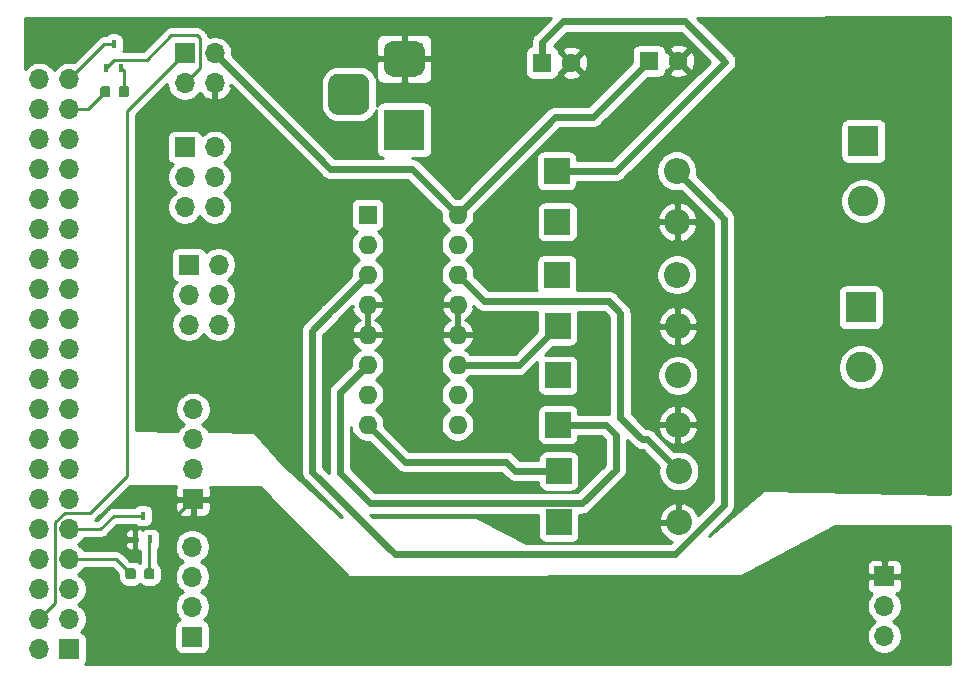
<source format=gbr>
%TF.GenerationSoftware,KiCad,Pcbnew,(5.1.6)-1*%
%TF.CreationDate,2021-05-14T11:39:53+02:00*%
%TF.ProjectId,nano1,6e616e6f-312e-46b6-9963-61645f706362,rev?*%
%TF.SameCoordinates,Original*%
%TF.FileFunction,Copper,L2,Bot*%
%TF.FilePolarity,Positive*%
%FSLAX46Y46*%
G04 Gerber Fmt 4.6, Leading zero omitted, Abs format (unit mm)*
G04 Created by KiCad (PCBNEW (5.1.6)-1) date 2021-05-14 11:39:53*
%MOMM*%
%LPD*%
G01*
G04 APERTURE LIST*
%TA.AperFunction,SMDPad,CuDef*%
%ADD10R,0.450000X0.700000*%
%TD*%
%TA.AperFunction,ComponentPad*%
%ADD11O,1.700000X1.700000*%
%TD*%
%TA.AperFunction,ComponentPad*%
%ADD12R,1.700000X1.700000*%
%TD*%
%TA.AperFunction,ComponentPad*%
%ADD13C,2.600000*%
%TD*%
%TA.AperFunction,ComponentPad*%
%ADD14R,2.600000X2.600000*%
%TD*%
%TA.AperFunction,ComponentPad*%
%ADD15R,3.500000X3.500000*%
%TD*%
%TA.AperFunction,ComponentPad*%
%ADD16R,1.600000X1.600000*%
%TD*%
%TA.AperFunction,ComponentPad*%
%ADD17C,1.600000*%
%TD*%
%TA.AperFunction,ComponentPad*%
%ADD18R,2.200000X2.200000*%
%TD*%
%TA.AperFunction,ComponentPad*%
%ADD19O,2.200000X2.200000*%
%TD*%
%TA.AperFunction,ComponentPad*%
%ADD20O,1.600000X1.600000*%
%TD*%
%TA.AperFunction,ViaPad*%
%ADD21C,0.800000*%
%TD*%
%TA.AperFunction,Conductor*%
%ADD22C,0.250000*%
%TD*%
%TA.AperFunction,Conductor*%
%ADD23C,0.600000*%
%TD*%
%TA.AperFunction,Conductor*%
%ADD24C,0.254000*%
%TD*%
G04 APERTURE END LIST*
%TO.P,R6,2*%
%TO.N,Net-(J1-Pad7)*%
%TA.AperFunction,SMDPad,CuDef*%
G36*
G01*
X107335840Y-88521830D02*
X107335840Y-89034330D01*
G75*
G02*
X107117090Y-89253080I-218750J0D01*
G01*
X106679590Y-89253080D01*
G75*
G02*
X106460840Y-89034330I0J218750D01*
G01*
X106460840Y-88521830D01*
G75*
G02*
X106679590Y-88303080I218750J0D01*
G01*
X107117090Y-88303080D01*
G75*
G02*
X107335840Y-88521830I0J-218750D01*
G01*
G37*
%TD.AperFunction*%
%TO.P,R6,1*%
%TO.N,Net-(Q2-Pad1)*%
%TA.AperFunction,SMDPad,CuDef*%
G36*
G01*
X108910840Y-88521830D02*
X108910840Y-89034330D01*
G75*
G02*
X108692090Y-89253080I-218750J0D01*
G01*
X108254590Y-89253080D01*
G75*
G02*
X108035840Y-89034330I0J218750D01*
G01*
X108035840Y-88521830D01*
G75*
G02*
X108254590Y-88303080I218750J0D01*
G01*
X108692090Y-88303080D01*
G75*
G02*
X108910840Y-88521830I0J-218750D01*
G01*
G37*
%TD.AperFunction*%
%TD*%
%TO.P,R5,2*%
%TO.N,Net-(J1-Pad37)*%
%TA.AperFunction,SMDPad,CuDef*%
G36*
G01*
X105192080Y-47698950D02*
X105192080Y-48211450D01*
G75*
G02*
X104973330Y-48430200I-218750J0D01*
G01*
X104535830Y-48430200D01*
G75*
G02*
X104317080Y-48211450I0J218750D01*
G01*
X104317080Y-47698950D01*
G75*
G02*
X104535830Y-47480200I218750J0D01*
G01*
X104973330Y-47480200D01*
G75*
G02*
X105192080Y-47698950I0J-218750D01*
G01*
G37*
%TD.AperFunction*%
%TO.P,R5,1*%
%TO.N,Net-(Q1-Pad1)*%
%TA.AperFunction,SMDPad,CuDef*%
G36*
G01*
X106767080Y-47698950D02*
X106767080Y-48211450D01*
G75*
G02*
X106548330Y-48430200I-218750J0D01*
G01*
X106110830Y-48430200D01*
G75*
G02*
X105892080Y-48211450I0J218750D01*
G01*
X105892080Y-47698950D01*
G75*
G02*
X106110830Y-47480200I218750J0D01*
G01*
X106548330Y-47480200D01*
G75*
G02*
X106767080Y-47698950I0J-218750D01*
G01*
G37*
%TD.AperFunction*%
%TD*%
D10*
%TO.P,Q2,3*%
%TO.N,Net-(J1-Pad9)*%
X107914440Y-83861400D03*
%TO.P,Q2,2*%
%TO.N,GND*%
X107264440Y-85861400D03*
%TO.P,Q2,1*%
%TO.N,Net-(Q2-Pad1)*%
X108564440Y-85861400D03*
%TD*%
%TO.P,Q1,3*%
%TO.N,Net-(J1-Pad39)*%
X105450640Y-43927520D03*
%TO.P,Q1,2*%
%TO.N,Net-(J4-Pad3)*%
X104800640Y-45927520D03*
%TO.P,Q1,1*%
%TO.N,Net-(Q1-Pad1)*%
X106100640Y-45927520D03*
%TD*%
D11*
%TO.P,J10,4*%
%TO.N,/AIN3*%
X112100360Y-86476840D03*
%TO.P,J10,3*%
%TO.N,/AIN2*%
X112100360Y-89016840D03*
%TO.P,J10,2*%
%TO.N,/AIN1*%
X112100360Y-91556840D03*
D12*
%TO.P,J10,1*%
%TO.N,/AIN0*%
X112100360Y-94096840D03*
%TD*%
D11*
%TO.P,J9,3*%
%TO.N,/AIN0*%
X170703240Y-94066360D03*
%TO.P,J9,2*%
%TO.N,VCC*%
X170703240Y-91526360D03*
D12*
%TO.P,J9,1*%
%TO.N,GND*%
X170703240Y-88986360D03*
%TD*%
D11*
%TO.P,J3,6*%
%TO.N,Net-(J3-Pad6)*%
X114345720Y-67670680D03*
%TO.P,J3,5*%
%TO.N,Net-(J1-Pad11)*%
X111805720Y-67670680D03*
%TO.P,J3,4*%
%TO.N,Net-(J3-Pad4)*%
X114345720Y-65130680D03*
%TO.P,J3,3*%
%TO.N,Net-(J1-Pad13)*%
X111805720Y-65130680D03*
%TO.P,J3,2*%
%TO.N,Net-(J3-Pad2)*%
X114345720Y-62590680D03*
D12*
%TO.P,J3,1*%
%TO.N,Net-(J1-Pad15)*%
X111805720Y-62590680D03*
%TD*%
D11*
%TO.P,J1,40*%
%TO.N,Net-(J1-Pad40)*%
X99161600Y-46893480D03*
%TO.P,J1,39*%
%TO.N,Net-(J1-Pad39)*%
X101701600Y-46893480D03*
%TO.P,J1,38*%
%TO.N,Net-(J1-Pad38)*%
X99161600Y-49433480D03*
%TO.P,J1,37*%
%TO.N,Net-(J1-Pad37)*%
X101701600Y-49433480D03*
%TO.P,J1,36*%
%TO.N,Net-(J1-Pad36)*%
X99161600Y-51973480D03*
%TO.P,J1,35*%
%TO.N,Net-(J1-Pad35)*%
X101701600Y-51973480D03*
%TO.P,J1,34*%
%TO.N,Net-(J1-Pad34)*%
X99161600Y-54513480D03*
%TO.P,J1,33*%
%TO.N,Net-(J1-Pad33)*%
X101701600Y-54513480D03*
%TO.P,J1,32*%
%TO.N,Net-(J1-Pad32)*%
X99161600Y-57053480D03*
%TO.P,J1,31*%
%TO.N,Net-(J1-Pad31)*%
X101701600Y-57053480D03*
%TO.P,J1,30*%
%TO.N,Net-(J1-Pad30)*%
X99161600Y-59593480D03*
%TO.P,J1,29*%
%TO.N,Net-(J1-Pad29)*%
X101701600Y-59593480D03*
%TO.P,J1,28*%
%TO.N,Net-(J1-Pad28)*%
X99161600Y-62133480D03*
%TO.P,J1,27*%
%TO.N,Net-(J1-Pad27)*%
X101701600Y-62133480D03*
%TO.P,J1,26*%
%TO.N,Net-(J1-Pad26)*%
X99161600Y-64673480D03*
%TO.P,J1,25*%
%TO.N,Net-(J1-Pad25)*%
X101701600Y-64673480D03*
%TO.P,J1,24*%
%TO.N,Net-(J1-Pad24)*%
X99161600Y-67213480D03*
%TO.P,J1,23*%
%TO.N,Net-(J1-Pad23)*%
X101701600Y-67213480D03*
%TO.P,J1,22*%
%TO.N,Net-(J1-Pad22)*%
X99161600Y-69753480D03*
%TO.P,J1,21*%
%TO.N,Net-(J1-Pad21)*%
X101701600Y-69753480D03*
%TO.P,J1,20*%
%TO.N,Net-(J1-Pad20)*%
X99161600Y-72293480D03*
%TO.P,J1,19*%
%TO.N,Net-(J1-Pad19)*%
X101701600Y-72293480D03*
%TO.P,J1,18*%
%TO.N,Net-(J1-Pad18)*%
X99161600Y-74833480D03*
%TO.P,J1,17*%
%TO.N,Net-(J1-Pad17)*%
X101701600Y-74833480D03*
%TO.P,J1,16*%
%TO.N,Net-(J1-Pad16)*%
X99161600Y-77373480D03*
%TO.P,J1,15*%
%TO.N,Net-(J1-Pad15)*%
X101701600Y-77373480D03*
%TO.P,J1,14*%
%TO.N,Net-(J1-Pad14)*%
X99161600Y-79913480D03*
%TO.P,J1,13*%
%TO.N,Net-(J1-Pad13)*%
X101701600Y-79913480D03*
%TO.P,J1,12*%
%TO.N,Net-(J1-Pad12)*%
X99161600Y-82453480D03*
%TO.P,J1,11*%
%TO.N,Net-(J1-Pad11)*%
X101701600Y-82453480D03*
%TO.P,J1,10*%
%TO.N,Net-(J1-Pad10)*%
X99161600Y-84993480D03*
%TO.P,J1,9*%
%TO.N,Net-(J1-Pad9)*%
X101701600Y-84993480D03*
%TO.P,J1,8*%
%TO.N,Net-(J1-Pad8)*%
X99161600Y-87533480D03*
%TO.P,J1,7*%
%TO.N,Net-(J1-Pad7)*%
X101701600Y-87533480D03*
%TO.P,J1,6*%
%TO.N,Net-(J1-Pad6)*%
X99161600Y-90073480D03*
%TO.P,J1,5*%
%TO.N,/SCL*%
X101701600Y-90073480D03*
%TO.P,J1,4*%
%TO.N,Net-(J1-Pad4)*%
X99161600Y-92613480D03*
%TO.P,J1,3*%
%TO.N,/SDA*%
X101701600Y-92613480D03*
%TO.P,J1,2*%
%TO.N,VCC*%
X99161600Y-95153480D03*
D12*
%TO.P,J1,1*%
%TO.N,Net-(J1-Pad1)*%
X101701600Y-95153480D03*
%TD*%
D13*
%TO.P,J7,2*%
%TO.N,Net-(D7-Pad2)*%
X168711880Y-71292720D03*
D14*
%TO.P,J7,1*%
%TO.N,Net-(D3-Pad2)*%
X168711880Y-66212720D03*
%TD*%
D13*
%TO.P,J6,2*%
%TO.N,Net-(D5-Pad2)*%
X168935400Y-57221120D03*
D14*
%TO.P,J6,1*%
%TO.N,Net-(D1-Pad2)*%
X168935400Y-52141120D03*
%TD*%
D11*
%TO.P,J8,4*%
%TO.N,/SCL*%
X112181640Y-74843640D03*
%TO.P,J8,3*%
%TO.N,/SDA*%
X112181640Y-77383640D03*
%TO.P,J8,2*%
%TO.N,VCC*%
X112181640Y-79923640D03*
D12*
%TO.P,J8,1*%
%TO.N,GND*%
X112181640Y-82463640D03*
%TD*%
%TO.P,J5,3*%
%TO.N,N/C*%
%TA.AperFunction,ComponentPad*%
G36*
G01*
X124488240Y-46420840D02*
X126238240Y-46420840D01*
G75*
G02*
X127113240Y-47295840I0J-875000D01*
G01*
X127113240Y-49045840D01*
G75*
G02*
X126238240Y-49920840I-875000J0D01*
G01*
X124488240Y-49920840D01*
G75*
G02*
X123613240Y-49045840I0J875000D01*
G01*
X123613240Y-47295840D01*
G75*
G02*
X124488240Y-46420840I875000J0D01*
G01*
G37*
%TD.AperFunction*%
%TO.P,J5,2*%
%TO.N,GND*%
%TA.AperFunction,ComponentPad*%
G36*
G01*
X129063240Y-43670840D02*
X131063240Y-43670840D01*
G75*
G02*
X131813240Y-44420840I0J-750000D01*
G01*
X131813240Y-45920840D01*
G75*
G02*
X131063240Y-46670840I-750000J0D01*
G01*
X129063240Y-46670840D01*
G75*
G02*
X128313240Y-45920840I0J750000D01*
G01*
X128313240Y-44420840D01*
G75*
G02*
X129063240Y-43670840I750000J0D01*
G01*
G37*
%TD.AperFunction*%
D15*
%TO.P,J5,1*%
%TO.N,Net-(C1-Pad1)*%
X130063240Y-51170840D03*
%TD*%
D16*
%TO.P,C2,1*%
%TO.N,Net-(C2-Pad1)*%
X150779480Y-45354240D03*
D17*
%TO.P,C2,2*%
%TO.N,GND*%
X153279480Y-45354240D03*
%TD*%
D18*
%TO.P,D8,1*%
%TO.N,Net-(D7-Pad2)*%
X143154400Y-84419440D03*
D19*
%TO.P,D8,2*%
%TO.N,GND*%
X153314400Y-84419440D03*
%TD*%
D18*
%TO.P,D7,1*%
%TO.N,Net-(C1-Pad1)*%
X143154400Y-80070960D03*
D19*
%TO.P,D7,2*%
%TO.N,Net-(D7-Pad2)*%
X153314400Y-80070960D03*
%TD*%
D18*
%TO.P,D6,1*%
%TO.N,Net-(D5-Pad2)*%
X143068040Y-76154280D03*
D19*
%TO.P,D6,2*%
%TO.N,GND*%
X153228040Y-76154280D03*
%TD*%
D18*
%TO.P,D5,1*%
%TO.N,Net-(C1-Pad1)*%
X143068040Y-71978520D03*
D19*
%TO.P,D5,2*%
%TO.N,Net-(D5-Pad2)*%
X153228040Y-71978520D03*
%TD*%
D18*
%TO.P,D4,1*%
%TO.N,Net-(D3-Pad2)*%
X143068040Y-67802760D03*
D19*
%TO.P,D4,2*%
%TO.N,GND*%
X153228040Y-67802760D03*
%TD*%
D18*
%TO.P,D3,1*%
%TO.N,Net-(C1-Pad1)*%
X142981680Y-63454280D03*
D19*
%TO.P,D3,2*%
%TO.N,Net-(D3-Pad2)*%
X153141680Y-63454280D03*
%TD*%
D18*
%TO.P,D2,1*%
%TO.N,Net-(D1-Pad2)*%
X143012160Y-58978800D03*
D19*
%TO.P,D2,2*%
%TO.N,GND*%
X153172160Y-58978800D03*
%TD*%
D18*
%TO.P,D1,1*%
%TO.N,Net-(C1-Pad1)*%
X142956280Y-54665880D03*
D19*
%TO.P,D1,2*%
%TO.N,Net-(D1-Pad2)*%
X153116280Y-54665880D03*
%TD*%
D16*
%TO.P,C1,1*%
%TO.N,Net-(C1-Pad1)*%
X141721840Y-45501560D03*
D17*
%TO.P,C1,2*%
%TO.N,GND*%
X144221840Y-45501560D03*
%TD*%
D20*
%TO.P,U1,16*%
%TO.N,Net-(C2-Pad1)*%
X134574280Y-58364120D03*
%TO.P,U1,8*%
%TO.N,Net-(C1-Pad1)*%
X126954280Y-76144120D03*
%TO.P,U1,15*%
%TO.N,Net-(J3-Pad4)*%
X134574280Y-60904120D03*
%TO.P,U1,7*%
%TO.N,Net-(J2-Pad4)*%
X126954280Y-73604120D03*
%TO.P,U1,14*%
%TO.N,Net-(D7-Pad2)*%
X134574280Y-63444120D03*
%TO.P,U1,6*%
%TO.N,Net-(D5-Pad2)*%
X126954280Y-71064120D03*
%TO.P,U1,13*%
%TO.N,GND*%
X134574280Y-65984120D03*
%TO.P,U1,5*%
X126954280Y-68524120D03*
%TO.P,U1,12*%
X134574280Y-68524120D03*
%TO.P,U1,4*%
X126954280Y-65984120D03*
%TO.P,U1,11*%
%TO.N,Net-(D3-Pad2)*%
X134574280Y-71064120D03*
%TO.P,U1,3*%
%TO.N,Net-(D1-Pad2)*%
X126954280Y-63444120D03*
%TO.P,U1,10*%
%TO.N,Net-(J3-Pad2)*%
X134574280Y-73604120D03*
%TO.P,U1,2*%
%TO.N,Net-(J2-Pad2)*%
X126954280Y-60904120D03*
%TO.P,U1,9*%
%TO.N,Net-(J3-Pad6)*%
X134574280Y-76144120D03*
D16*
%TO.P,U1,1*%
%TO.N,Net-(J2-Pad6)*%
X126954280Y-58364120D03*
%TD*%
D11*
%TO.P,J4,4*%
%TO.N,GND*%
X114020600Y-47259240D03*
%TO.P,J4,3*%
%TO.N,Net-(J4-Pad3)*%
X111480600Y-47259240D03*
%TO.P,J4,2*%
%TO.N,Net-(C2-Pad1)*%
X114020600Y-44719240D03*
D12*
%TO.P,J4,1*%
%TO.N,Net-(J1-Pad4)*%
X111480600Y-44719240D03*
%TD*%
D11*
%TO.P,J2,6*%
%TO.N,Net-(J2-Pad6)*%
X114020600Y-57734200D03*
%TO.P,J2,5*%
%TO.N,Net-(J1-Pad19)*%
X111480600Y-57734200D03*
%TO.P,J2,4*%
%TO.N,Net-(J2-Pad4)*%
X114020600Y-55194200D03*
%TO.P,J2,3*%
%TO.N,Net-(J1-Pad21)*%
X111480600Y-55194200D03*
%TO.P,J2,2*%
%TO.N,Net-(J2-Pad2)*%
X114020600Y-52654200D03*
D12*
%TO.P,J2,1*%
%TO.N,Net-(J1-Pad23)*%
X111480600Y-52654200D03*
%TD*%
D21*
%TO.N,GND*%
X116626640Y-86669880D03*
X131582160Y-90678000D03*
X163748720Y-88463120D03*
X157911800Y-92547440D03*
%TD*%
D22*
%TO.N,Net-(J1-Pad39)*%
X104667560Y-43927520D02*
X105450640Y-43927520D01*
X101701600Y-46893480D02*
X104667560Y-43927520D01*
%TO.N,Net-(J1-Pad37)*%
X103276300Y-49433480D02*
X104754580Y-47955200D01*
X101701600Y-49433480D02*
X103276300Y-49433480D01*
%TO.N,Net-(J1-Pad7)*%
X105653740Y-87533480D02*
X106898340Y-88778080D01*
X101701600Y-87533480D02*
X105653740Y-87533480D01*
%TO.N,Net-(J1-Pad4)*%
X106583480Y-49616360D02*
X111480600Y-44719240D01*
X101327597Y-83628481D02*
X103442519Y-83628481D01*
X100526599Y-84429479D02*
X101327597Y-83628481D01*
X99161600Y-92613480D02*
X100526599Y-91248481D01*
X100526599Y-91248481D02*
X100526599Y-84429479D01*
X106583480Y-80487520D02*
X106583480Y-49616360D01*
X103442519Y-83628481D02*
X106583480Y-80487520D01*
%TO.N,GND*%
X111580679Y-81862679D02*
X112181640Y-82463640D01*
X107264440Y-85861400D02*
X107264440Y-85125320D01*
X107264440Y-85125320D02*
X107502960Y-84886800D01*
X109758480Y-84886800D02*
X112181640Y-82463640D01*
X107502960Y-84886800D02*
X109758480Y-84886800D01*
D23*
%TO.N,Net-(C1-Pad1)*%
X126954280Y-76144120D02*
X130088640Y-79278480D01*
X139471400Y-80070960D02*
X143154400Y-80070960D01*
X138678920Y-79278480D02*
X139471400Y-80070960D01*
X130088640Y-79278480D02*
X138678920Y-79278480D01*
X147985480Y-54665880D02*
X142956280Y-54665880D01*
X141721840Y-43774360D02*
X143484600Y-42011600D01*
X157246320Y-45405040D02*
X147985480Y-54665880D01*
X143484600Y-42011600D02*
X153852880Y-42011600D01*
X141721840Y-45501560D02*
X141721840Y-43774360D01*
X153852880Y-42011600D02*
X157246320Y-45405040D01*
%TO.N,Net-(D1-Pad2)*%
X123797152Y-66601248D02*
X123797152Y-66641888D01*
X126954280Y-63444120D02*
X123797152Y-66601248D01*
X123797152Y-66641888D02*
X122260360Y-68178680D01*
X122260360Y-68178680D02*
X122260360Y-80157320D01*
X122260360Y-80157320D02*
X129240280Y-87137240D01*
X152964602Y-87137240D02*
X157154880Y-82946962D01*
X129240280Y-87137240D02*
X152964602Y-87137240D01*
X157154880Y-58704480D02*
X153116280Y-54665880D01*
X157154880Y-82946962D02*
X157154880Y-58704480D01*
%TO.N,Net-(D3-Pad2)*%
X139806680Y-71064120D02*
X143068040Y-67802760D01*
X134574280Y-71064120D02*
X139806680Y-71064120D01*
%TO.N,Net-(D5-Pad2)*%
X147995640Y-76997560D02*
X147152360Y-76154280D01*
X147995640Y-79943960D02*
X147995640Y-76997560D01*
X145120161Y-82819439D02*
X147995640Y-79943960D01*
X147152360Y-76154280D02*
X143068040Y-76154280D01*
X126954280Y-71064120D02*
X124597160Y-73421240D01*
X124597160Y-73421240D02*
X124597160Y-80218280D01*
X124597160Y-80218280D02*
X127198319Y-82819439D01*
X127198319Y-82819439D02*
X145120161Y-82819439D01*
%TO.N,Net-(D7-Pad2)*%
X134574280Y-63444120D02*
X136819640Y-65689480D01*
X136819640Y-65689480D02*
X147391120Y-65689480D01*
X148371560Y-66669920D02*
X148371560Y-75570080D01*
X147391120Y-65689480D02*
X148371560Y-66669920D01*
X148371560Y-75570080D02*
X150185120Y-77383640D01*
X150627080Y-77383640D02*
X153314400Y-80070960D01*
X150185120Y-77383640D02*
X150627080Y-77383640D01*
%TO.N,Net-(C2-Pad1)*%
X114020600Y-44719240D02*
X123794520Y-54493160D01*
X130703320Y-54493160D02*
X134574280Y-58364120D01*
X123794520Y-54493160D02*
X130703320Y-54493160D01*
X146044920Y-50088800D02*
X150779480Y-45354240D01*
X134574280Y-58364120D02*
X142849600Y-50088800D01*
X142849600Y-50088800D02*
X146044920Y-50088800D01*
D22*
%TO.N,Net-(J1-Pad9)*%
X101701600Y-84993480D02*
X104333040Y-84993480D01*
X105465120Y-83861400D02*
X107914440Y-83861400D01*
X104333040Y-84993480D02*
X105465120Y-83861400D01*
%TO.N,Net-(J4-Pad3)*%
X112776000Y-45963840D02*
X111480600Y-47259240D01*
X112776000Y-43444160D02*
X112776000Y-45963840D01*
X105475641Y-45252519D02*
X108280079Y-45252519D01*
X104800640Y-45927520D02*
X105475641Y-45252519D01*
X108280079Y-45252519D02*
X110352598Y-43180000D01*
X110352598Y-43180000D02*
X112511840Y-43180000D01*
X112511840Y-43180000D02*
X112776000Y-43444160D01*
%TO.N,Net-(Q1-Pad1)*%
X106329580Y-46156460D02*
X106100640Y-45927520D01*
X106329580Y-47955200D02*
X106329580Y-46156460D01*
%TO.N,Net-(Q2-Pad1)*%
X108473340Y-85952500D02*
X108564440Y-85861400D01*
X108473340Y-88778080D02*
X108473340Y-85952500D01*
%TD*%
D24*
%TO.N,GND*%
G36*
X110746430Y-81361431D02*
G01*
X110742138Y-81369460D01*
X110705828Y-81489158D01*
X110693568Y-81613640D01*
X110696640Y-82177890D01*
X110855390Y-82336640D01*
X112054640Y-82336640D01*
X112054640Y-82316640D01*
X112308640Y-82316640D01*
X112308640Y-82336640D01*
X113507890Y-82336640D01*
X113666640Y-82177890D01*
X113669712Y-81613640D01*
X113657452Y-81489158D01*
X113629177Y-81395946D01*
X117893555Y-81447004D01*
X125299051Y-88983929D01*
X125318157Y-88999892D01*
X125340009Y-89011821D01*
X125363769Y-89019257D01*
X125390027Y-89021919D01*
X158699587Y-88920319D01*
X158724356Y-88917804D01*
X158759158Y-88905276D01*
X160194904Y-88136360D01*
X169215168Y-88136360D01*
X169218240Y-88700610D01*
X169376990Y-88859360D01*
X170576240Y-88859360D01*
X170576240Y-87660110D01*
X170830240Y-87660110D01*
X170830240Y-88859360D01*
X172029490Y-88859360D01*
X172188240Y-88700610D01*
X172191312Y-88136360D01*
X172179052Y-88011878D01*
X172142742Y-87892180D01*
X172083777Y-87781866D01*
X172004425Y-87685175D01*
X171907734Y-87605823D01*
X171797420Y-87546858D01*
X171677722Y-87510548D01*
X171553240Y-87498288D01*
X170988990Y-87501360D01*
X170830240Y-87660110D01*
X170576240Y-87660110D01*
X170417490Y-87501360D01*
X169853240Y-87498288D01*
X169728758Y-87510548D01*
X169609060Y-87546858D01*
X169498746Y-87605823D01*
X169402055Y-87685175D01*
X169322703Y-87781866D01*
X169263738Y-87892180D01*
X169227428Y-88011878D01*
X169215168Y-88136360D01*
X160194904Y-88136360D01*
X166518707Y-84749640D01*
X174619656Y-84749640D01*
X176280513Y-84758179D01*
X176271814Y-96431774D01*
X174003400Y-96423992D01*
X174002449Y-96423898D01*
X173971122Y-96423881D01*
X173939526Y-96423773D01*
X173938567Y-96423864D01*
X103058893Y-96386296D01*
X103082137Y-96357974D01*
X103141102Y-96247660D01*
X103177412Y-96127962D01*
X103189672Y-96003480D01*
X103189672Y-94303480D01*
X103177412Y-94178998D01*
X103141102Y-94059300D01*
X103082137Y-93948986D01*
X103002785Y-93852295D01*
X102906094Y-93772943D01*
X102795780Y-93713978D01*
X102723220Y-93691967D01*
X102855075Y-93560112D01*
X103017590Y-93316891D01*
X103046605Y-93246840D01*
X110612288Y-93246840D01*
X110612288Y-94946840D01*
X110624548Y-95071322D01*
X110660858Y-95191020D01*
X110719823Y-95301334D01*
X110799175Y-95398025D01*
X110895866Y-95477377D01*
X111006180Y-95536342D01*
X111125878Y-95572652D01*
X111250360Y-95584912D01*
X112950360Y-95584912D01*
X113074842Y-95572652D01*
X113194540Y-95536342D01*
X113304854Y-95477377D01*
X113401545Y-95398025D01*
X113480897Y-95301334D01*
X113539862Y-95191020D01*
X113576172Y-95071322D01*
X113588432Y-94946840D01*
X113588432Y-93246840D01*
X113576172Y-93122358D01*
X113539862Y-93002660D01*
X113480897Y-92892346D01*
X113401545Y-92795655D01*
X113304854Y-92716303D01*
X113194540Y-92657338D01*
X113121980Y-92635327D01*
X113253835Y-92503472D01*
X113416350Y-92260251D01*
X113528292Y-91989998D01*
X113585360Y-91703100D01*
X113585360Y-91410580D01*
X113528292Y-91123682D01*
X113416350Y-90853429D01*
X113253835Y-90610208D01*
X113046992Y-90403365D01*
X112872600Y-90286840D01*
X113046992Y-90170315D01*
X113253835Y-89963472D01*
X113338768Y-89836360D01*
X169215168Y-89836360D01*
X169227428Y-89960842D01*
X169263738Y-90080540D01*
X169322703Y-90190854D01*
X169402055Y-90287545D01*
X169498746Y-90366897D01*
X169609060Y-90425862D01*
X169681620Y-90447873D01*
X169549765Y-90579728D01*
X169387250Y-90822949D01*
X169275308Y-91093202D01*
X169218240Y-91380100D01*
X169218240Y-91672620D01*
X169275308Y-91959518D01*
X169387250Y-92229771D01*
X169549765Y-92472992D01*
X169756608Y-92679835D01*
X169931000Y-92796360D01*
X169756608Y-92912885D01*
X169549765Y-93119728D01*
X169387250Y-93362949D01*
X169275308Y-93633202D01*
X169218240Y-93920100D01*
X169218240Y-94212620D01*
X169275308Y-94499518D01*
X169387250Y-94769771D01*
X169549765Y-95012992D01*
X169756608Y-95219835D01*
X169999829Y-95382350D01*
X170270082Y-95494292D01*
X170556980Y-95551360D01*
X170849500Y-95551360D01*
X171136398Y-95494292D01*
X171406651Y-95382350D01*
X171649872Y-95219835D01*
X171856715Y-95012992D01*
X172019230Y-94769771D01*
X172131172Y-94499518D01*
X172188240Y-94212620D01*
X172188240Y-93920100D01*
X172131172Y-93633202D01*
X172019230Y-93362949D01*
X171856715Y-93119728D01*
X171649872Y-92912885D01*
X171475480Y-92796360D01*
X171649872Y-92679835D01*
X171856715Y-92472992D01*
X172019230Y-92229771D01*
X172131172Y-91959518D01*
X172188240Y-91672620D01*
X172188240Y-91380100D01*
X172131172Y-91093202D01*
X172019230Y-90822949D01*
X171856715Y-90579728D01*
X171724860Y-90447873D01*
X171797420Y-90425862D01*
X171907734Y-90366897D01*
X172004425Y-90287545D01*
X172083777Y-90190854D01*
X172142742Y-90080540D01*
X172179052Y-89960842D01*
X172191312Y-89836360D01*
X172188240Y-89272110D01*
X172029490Y-89113360D01*
X170830240Y-89113360D01*
X170830240Y-89133360D01*
X170576240Y-89133360D01*
X170576240Y-89113360D01*
X169376990Y-89113360D01*
X169218240Y-89272110D01*
X169215168Y-89836360D01*
X113338768Y-89836360D01*
X113416350Y-89720251D01*
X113528292Y-89449998D01*
X113585360Y-89163100D01*
X113585360Y-88870580D01*
X113528292Y-88583682D01*
X113416350Y-88313429D01*
X113253835Y-88070208D01*
X113046992Y-87863365D01*
X112872600Y-87746840D01*
X113046992Y-87630315D01*
X113253835Y-87423472D01*
X113416350Y-87180251D01*
X113528292Y-86909998D01*
X113585360Y-86623100D01*
X113585360Y-86330580D01*
X113528292Y-86043682D01*
X113416350Y-85773429D01*
X113253835Y-85530208D01*
X113046992Y-85323365D01*
X112803771Y-85160850D01*
X112533518Y-85048908D01*
X112246620Y-84991840D01*
X111954100Y-84991840D01*
X111667202Y-85048908D01*
X111396949Y-85160850D01*
X111153728Y-85323365D01*
X110946885Y-85530208D01*
X110784370Y-85773429D01*
X110672428Y-86043682D01*
X110615360Y-86330580D01*
X110615360Y-86623100D01*
X110672428Y-86909998D01*
X110784370Y-87180251D01*
X110946885Y-87423472D01*
X111153728Y-87630315D01*
X111328120Y-87746840D01*
X111153728Y-87863365D01*
X110946885Y-88070208D01*
X110784370Y-88313429D01*
X110672428Y-88583682D01*
X110615360Y-88870580D01*
X110615360Y-89163100D01*
X110672428Y-89449998D01*
X110784370Y-89720251D01*
X110946885Y-89963472D01*
X111153728Y-90170315D01*
X111328120Y-90286840D01*
X111153728Y-90403365D01*
X110946885Y-90610208D01*
X110784370Y-90853429D01*
X110672428Y-91123682D01*
X110615360Y-91410580D01*
X110615360Y-91703100D01*
X110672428Y-91989998D01*
X110784370Y-92260251D01*
X110946885Y-92503472D01*
X111078740Y-92635327D01*
X111006180Y-92657338D01*
X110895866Y-92716303D01*
X110799175Y-92795655D01*
X110719823Y-92892346D01*
X110660858Y-93002660D01*
X110624548Y-93122358D01*
X110612288Y-93246840D01*
X103046605Y-93246840D01*
X103129532Y-93046638D01*
X103186600Y-92759740D01*
X103186600Y-92467220D01*
X103129532Y-92180322D01*
X103017590Y-91910069D01*
X102855075Y-91666848D01*
X102648232Y-91460005D01*
X102473840Y-91343480D01*
X102648232Y-91226955D01*
X102855075Y-91020112D01*
X103017590Y-90776891D01*
X103129532Y-90506638D01*
X103186600Y-90219740D01*
X103186600Y-89927220D01*
X103129532Y-89640322D01*
X103017590Y-89370069D01*
X102855075Y-89126848D01*
X102648232Y-88920005D01*
X102473840Y-88803480D01*
X102648232Y-88686955D01*
X102855075Y-88480112D01*
X102979778Y-88293480D01*
X105338939Y-88293480D01*
X105822768Y-88777310D01*
X105822768Y-89034330D01*
X105839232Y-89201488D01*
X105887990Y-89362222D01*
X105967169Y-89510355D01*
X106073725Y-89640195D01*
X106203565Y-89746751D01*
X106351698Y-89825930D01*
X106512432Y-89874688D01*
X106679590Y-89891152D01*
X107117090Y-89891152D01*
X107284248Y-89874688D01*
X107444982Y-89825930D01*
X107593115Y-89746751D01*
X107685840Y-89670654D01*
X107778565Y-89746751D01*
X107926698Y-89825930D01*
X108087432Y-89874688D01*
X108254590Y-89891152D01*
X108692090Y-89891152D01*
X108859248Y-89874688D01*
X109019982Y-89825930D01*
X109168115Y-89746751D01*
X109297955Y-89640195D01*
X109404511Y-89510355D01*
X109483690Y-89362222D01*
X109532448Y-89201488D01*
X109548912Y-89034330D01*
X109548912Y-88521830D01*
X109532448Y-88354672D01*
X109483690Y-88193938D01*
X109404511Y-88045805D01*
X109297955Y-87915965D01*
X109233340Y-87862937D01*
X109233340Y-86668564D01*
X109240625Y-86662585D01*
X109319977Y-86565894D01*
X109378942Y-86455580D01*
X109415252Y-86335882D01*
X109427512Y-86211400D01*
X109427512Y-85511400D01*
X109415252Y-85386918D01*
X109378942Y-85267220D01*
X109319977Y-85156906D01*
X109240625Y-85060215D01*
X109143934Y-84980863D01*
X109033620Y-84921898D01*
X108913922Y-84885588D01*
X108789440Y-84873328D01*
X108339440Y-84873328D01*
X108214958Y-84885588D01*
X108095260Y-84921898D01*
X107984946Y-84980863D01*
X107914046Y-85039049D01*
X107856448Y-84989441D01*
X107747567Y-84927871D01*
X107628766Y-84888725D01*
X107521190Y-84876400D01*
X107362440Y-85035150D01*
X107362440Y-85734400D01*
X107411440Y-85734400D01*
X107411440Y-85988400D01*
X107362440Y-85988400D01*
X107362440Y-86687650D01*
X107521190Y-86846400D01*
X107628766Y-86834075D01*
X107713341Y-86806207D01*
X107713340Y-87862937D01*
X107685840Y-87885506D01*
X107593115Y-87809409D01*
X107444982Y-87730230D01*
X107284248Y-87681472D01*
X107117090Y-87665008D01*
X106860070Y-87665008D01*
X106217544Y-87022483D01*
X106193741Y-86993479D01*
X106078016Y-86898506D01*
X105945987Y-86827934D01*
X105802726Y-86784477D01*
X105691073Y-86773480D01*
X105691062Y-86773480D01*
X105653740Y-86769804D01*
X105616418Y-86773480D01*
X102979778Y-86773480D01*
X102855075Y-86586848D01*
X102648232Y-86380005D01*
X102473840Y-86263480D01*
X102574488Y-86196229D01*
X106401548Y-86196229D01*
X106410846Y-86320967D01*
X106444299Y-86441495D01*
X106500624Y-86553180D01*
X106577655Y-86651730D01*
X106672432Y-86733359D01*
X106781313Y-86794929D01*
X106900114Y-86834075D01*
X107007690Y-86846400D01*
X107166440Y-86687650D01*
X107166440Y-85988400D01*
X106563190Y-85988400D01*
X106404440Y-86147150D01*
X106401548Y-86196229D01*
X102574488Y-86196229D01*
X102648232Y-86146955D01*
X102855075Y-85940112D01*
X102979778Y-85753480D01*
X104295718Y-85753480D01*
X104333040Y-85757156D01*
X104370362Y-85753480D01*
X104370373Y-85753480D01*
X104482026Y-85742483D01*
X104625287Y-85699026D01*
X104757316Y-85628454D01*
X104873041Y-85533481D01*
X104878712Y-85526571D01*
X106401548Y-85526571D01*
X106404440Y-85575650D01*
X106563190Y-85734400D01*
X107166440Y-85734400D01*
X107166440Y-85035150D01*
X107007690Y-84876400D01*
X106900114Y-84888725D01*
X106781313Y-84927871D01*
X106672432Y-84989441D01*
X106577655Y-85071070D01*
X106500624Y-85169620D01*
X106444299Y-85281305D01*
X106410846Y-85401833D01*
X106401548Y-85526571D01*
X104878712Y-85526571D01*
X104896844Y-85504478D01*
X105779922Y-84621400D01*
X107204455Y-84621400D01*
X107238255Y-84662585D01*
X107334946Y-84741937D01*
X107445260Y-84800902D01*
X107564958Y-84837212D01*
X107689440Y-84849472D01*
X108139440Y-84849472D01*
X108263922Y-84837212D01*
X108383620Y-84800902D01*
X108493934Y-84741937D01*
X108590625Y-84662585D01*
X108669977Y-84565894D01*
X108728942Y-84455580D01*
X108765252Y-84335882D01*
X108777512Y-84211400D01*
X108777512Y-83511400D01*
X108765252Y-83386918D01*
X108743024Y-83313640D01*
X110693568Y-83313640D01*
X110705828Y-83438122D01*
X110742138Y-83557820D01*
X110801103Y-83668134D01*
X110880455Y-83764825D01*
X110977146Y-83844177D01*
X111087460Y-83903142D01*
X111207158Y-83939452D01*
X111331640Y-83951712D01*
X111895890Y-83948640D01*
X112054640Y-83789890D01*
X112054640Y-82590640D01*
X112308640Y-82590640D01*
X112308640Y-83789890D01*
X112467390Y-83948640D01*
X113031640Y-83951712D01*
X113156122Y-83939452D01*
X113275820Y-83903142D01*
X113386134Y-83844177D01*
X113482825Y-83764825D01*
X113562177Y-83668134D01*
X113621142Y-83557820D01*
X113657452Y-83438122D01*
X113669712Y-83313640D01*
X113666640Y-82749390D01*
X113507890Y-82590640D01*
X112308640Y-82590640D01*
X112054640Y-82590640D01*
X110855390Y-82590640D01*
X110696640Y-82749390D01*
X110693568Y-83313640D01*
X108743024Y-83313640D01*
X108728942Y-83267220D01*
X108669977Y-83156906D01*
X108590625Y-83060215D01*
X108493934Y-82980863D01*
X108383620Y-82921898D01*
X108263922Y-82885588D01*
X108139440Y-82873328D01*
X107689440Y-82873328D01*
X107564958Y-82885588D01*
X107445260Y-82921898D01*
X107334946Y-82980863D01*
X107238255Y-83060215D01*
X107204455Y-83101400D01*
X105502443Y-83101400D01*
X105465120Y-83097724D01*
X105427797Y-83101400D01*
X105427787Y-83101400D01*
X105316134Y-83112397D01*
X105172873Y-83155854D01*
X105040843Y-83226426D01*
X104991136Y-83267220D01*
X104925119Y-83321399D01*
X104901321Y-83350397D01*
X104018239Y-84233480D01*
X103903320Y-84233480D01*
X103982520Y-84168482D01*
X104006323Y-84139478D01*
X106831248Y-81314554D01*
X110746430Y-81361431D01*
G37*
X110746430Y-81361431D02*
X110742138Y-81369460D01*
X110705828Y-81489158D01*
X110693568Y-81613640D01*
X110696640Y-82177890D01*
X110855390Y-82336640D01*
X112054640Y-82336640D01*
X112054640Y-82316640D01*
X112308640Y-82316640D01*
X112308640Y-82336640D01*
X113507890Y-82336640D01*
X113666640Y-82177890D01*
X113669712Y-81613640D01*
X113657452Y-81489158D01*
X113629177Y-81395946D01*
X117893555Y-81447004D01*
X125299051Y-88983929D01*
X125318157Y-88999892D01*
X125340009Y-89011821D01*
X125363769Y-89019257D01*
X125390027Y-89021919D01*
X158699587Y-88920319D01*
X158724356Y-88917804D01*
X158759158Y-88905276D01*
X160194904Y-88136360D01*
X169215168Y-88136360D01*
X169218240Y-88700610D01*
X169376990Y-88859360D01*
X170576240Y-88859360D01*
X170576240Y-87660110D01*
X170830240Y-87660110D01*
X170830240Y-88859360D01*
X172029490Y-88859360D01*
X172188240Y-88700610D01*
X172191312Y-88136360D01*
X172179052Y-88011878D01*
X172142742Y-87892180D01*
X172083777Y-87781866D01*
X172004425Y-87685175D01*
X171907734Y-87605823D01*
X171797420Y-87546858D01*
X171677722Y-87510548D01*
X171553240Y-87498288D01*
X170988990Y-87501360D01*
X170830240Y-87660110D01*
X170576240Y-87660110D01*
X170417490Y-87501360D01*
X169853240Y-87498288D01*
X169728758Y-87510548D01*
X169609060Y-87546858D01*
X169498746Y-87605823D01*
X169402055Y-87685175D01*
X169322703Y-87781866D01*
X169263738Y-87892180D01*
X169227428Y-88011878D01*
X169215168Y-88136360D01*
X160194904Y-88136360D01*
X166518707Y-84749640D01*
X174619656Y-84749640D01*
X176280513Y-84758179D01*
X176271814Y-96431774D01*
X174003400Y-96423992D01*
X174002449Y-96423898D01*
X173971122Y-96423881D01*
X173939526Y-96423773D01*
X173938567Y-96423864D01*
X103058893Y-96386296D01*
X103082137Y-96357974D01*
X103141102Y-96247660D01*
X103177412Y-96127962D01*
X103189672Y-96003480D01*
X103189672Y-94303480D01*
X103177412Y-94178998D01*
X103141102Y-94059300D01*
X103082137Y-93948986D01*
X103002785Y-93852295D01*
X102906094Y-93772943D01*
X102795780Y-93713978D01*
X102723220Y-93691967D01*
X102855075Y-93560112D01*
X103017590Y-93316891D01*
X103046605Y-93246840D01*
X110612288Y-93246840D01*
X110612288Y-94946840D01*
X110624548Y-95071322D01*
X110660858Y-95191020D01*
X110719823Y-95301334D01*
X110799175Y-95398025D01*
X110895866Y-95477377D01*
X111006180Y-95536342D01*
X111125878Y-95572652D01*
X111250360Y-95584912D01*
X112950360Y-95584912D01*
X113074842Y-95572652D01*
X113194540Y-95536342D01*
X113304854Y-95477377D01*
X113401545Y-95398025D01*
X113480897Y-95301334D01*
X113539862Y-95191020D01*
X113576172Y-95071322D01*
X113588432Y-94946840D01*
X113588432Y-93246840D01*
X113576172Y-93122358D01*
X113539862Y-93002660D01*
X113480897Y-92892346D01*
X113401545Y-92795655D01*
X113304854Y-92716303D01*
X113194540Y-92657338D01*
X113121980Y-92635327D01*
X113253835Y-92503472D01*
X113416350Y-92260251D01*
X113528292Y-91989998D01*
X113585360Y-91703100D01*
X113585360Y-91410580D01*
X113528292Y-91123682D01*
X113416350Y-90853429D01*
X113253835Y-90610208D01*
X113046992Y-90403365D01*
X112872600Y-90286840D01*
X113046992Y-90170315D01*
X113253835Y-89963472D01*
X113338768Y-89836360D01*
X169215168Y-89836360D01*
X169227428Y-89960842D01*
X169263738Y-90080540D01*
X169322703Y-90190854D01*
X169402055Y-90287545D01*
X169498746Y-90366897D01*
X169609060Y-90425862D01*
X169681620Y-90447873D01*
X169549765Y-90579728D01*
X169387250Y-90822949D01*
X169275308Y-91093202D01*
X169218240Y-91380100D01*
X169218240Y-91672620D01*
X169275308Y-91959518D01*
X169387250Y-92229771D01*
X169549765Y-92472992D01*
X169756608Y-92679835D01*
X169931000Y-92796360D01*
X169756608Y-92912885D01*
X169549765Y-93119728D01*
X169387250Y-93362949D01*
X169275308Y-93633202D01*
X169218240Y-93920100D01*
X169218240Y-94212620D01*
X169275308Y-94499518D01*
X169387250Y-94769771D01*
X169549765Y-95012992D01*
X169756608Y-95219835D01*
X169999829Y-95382350D01*
X170270082Y-95494292D01*
X170556980Y-95551360D01*
X170849500Y-95551360D01*
X171136398Y-95494292D01*
X171406651Y-95382350D01*
X171649872Y-95219835D01*
X171856715Y-95012992D01*
X172019230Y-94769771D01*
X172131172Y-94499518D01*
X172188240Y-94212620D01*
X172188240Y-93920100D01*
X172131172Y-93633202D01*
X172019230Y-93362949D01*
X171856715Y-93119728D01*
X171649872Y-92912885D01*
X171475480Y-92796360D01*
X171649872Y-92679835D01*
X171856715Y-92472992D01*
X172019230Y-92229771D01*
X172131172Y-91959518D01*
X172188240Y-91672620D01*
X172188240Y-91380100D01*
X172131172Y-91093202D01*
X172019230Y-90822949D01*
X171856715Y-90579728D01*
X171724860Y-90447873D01*
X171797420Y-90425862D01*
X171907734Y-90366897D01*
X172004425Y-90287545D01*
X172083777Y-90190854D01*
X172142742Y-90080540D01*
X172179052Y-89960842D01*
X172191312Y-89836360D01*
X172188240Y-89272110D01*
X172029490Y-89113360D01*
X170830240Y-89113360D01*
X170830240Y-89133360D01*
X170576240Y-89133360D01*
X170576240Y-89113360D01*
X169376990Y-89113360D01*
X169218240Y-89272110D01*
X169215168Y-89836360D01*
X113338768Y-89836360D01*
X113416350Y-89720251D01*
X113528292Y-89449998D01*
X113585360Y-89163100D01*
X113585360Y-88870580D01*
X113528292Y-88583682D01*
X113416350Y-88313429D01*
X113253835Y-88070208D01*
X113046992Y-87863365D01*
X112872600Y-87746840D01*
X113046992Y-87630315D01*
X113253835Y-87423472D01*
X113416350Y-87180251D01*
X113528292Y-86909998D01*
X113585360Y-86623100D01*
X113585360Y-86330580D01*
X113528292Y-86043682D01*
X113416350Y-85773429D01*
X113253835Y-85530208D01*
X113046992Y-85323365D01*
X112803771Y-85160850D01*
X112533518Y-85048908D01*
X112246620Y-84991840D01*
X111954100Y-84991840D01*
X111667202Y-85048908D01*
X111396949Y-85160850D01*
X111153728Y-85323365D01*
X110946885Y-85530208D01*
X110784370Y-85773429D01*
X110672428Y-86043682D01*
X110615360Y-86330580D01*
X110615360Y-86623100D01*
X110672428Y-86909998D01*
X110784370Y-87180251D01*
X110946885Y-87423472D01*
X111153728Y-87630315D01*
X111328120Y-87746840D01*
X111153728Y-87863365D01*
X110946885Y-88070208D01*
X110784370Y-88313429D01*
X110672428Y-88583682D01*
X110615360Y-88870580D01*
X110615360Y-89163100D01*
X110672428Y-89449998D01*
X110784370Y-89720251D01*
X110946885Y-89963472D01*
X111153728Y-90170315D01*
X111328120Y-90286840D01*
X111153728Y-90403365D01*
X110946885Y-90610208D01*
X110784370Y-90853429D01*
X110672428Y-91123682D01*
X110615360Y-91410580D01*
X110615360Y-91703100D01*
X110672428Y-91989998D01*
X110784370Y-92260251D01*
X110946885Y-92503472D01*
X111078740Y-92635327D01*
X111006180Y-92657338D01*
X110895866Y-92716303D01*
X110799175Y-92795655D01*
X110719823Y-92892346D01*
X110660858Y-93002660D01*
X110624548Y-93122358D01*
X110612288Y-93246840D01*
X103046605Y-93246840D01*
X103129532Y-93046638D01*
X103186600Y-92759740D01*
X103186600Y-92467220D01*
X103129532Y-92180322D01*
X103017590Y-91910069D01*
X102855075Y-91666848D01*
X102648232Y-91460005D01*
X102473840Y-91343480D01*
X102648232Y-91226955D01*
X102855075Y-91020112D01*
X103017590Y-90776891D01*
X103129532Y-90506638D01*
X103186600Y-90219740D01*
X103186600Y-89927220D01*
X103129532Y-89640322D01*
X103017590Y-89370069D01*
X102855075Y-89126848D01*
X102648232Y-88920005D01*
X102473840Y-88803480D01*
X102648232Y-88686955D01*
X102855075Y-88480112D01*
X102979778Y-88293480D01*
X105338939Y-88293480D01*
X105822768Y-88777310D01*
X105822768Y-89034330D01*
X105839232Y-89201488D01*
X105887990Y-89362222D01*
X105967169Y-89510355D01*
X106073725Y-89640195D01*
X106203565Y-89746751D01*
X106351698Y-89825930D01*
X106512432Y-89874688D01*
X106679590Y-89891152D01*
X107117090Y-89891152D01*
X107284248Y-89874688D01*
X107444982Y-89825930D01*
X107593115Y-89746751D01*
X107685840Y-89670654D01*
X107778565Y-89746751D01*
X107926698Y-89825930D01*
X108087432Y-89874688D01*
X108254590Y-89891152D01*
X108692090Y-89891152D01*
X108859248Y-89874688D01*
X109019982Y-89825930D01*
X109168115Y-89746751D01*
X109297955Y-89640195D01*
X109404511Y-89510355D01*
X109483690Y-89362222D01*
X109532448Y-89201488D01*
X109548912Y-89034330D01*
X109548912Y-88521830D01*
X109532448Y-88354672D01*
X109483690Y-88193938D01*
X109404511Y-88045805D01*
X109297955Y-87915965D01*
X109233340Y-87862937D01*
X109233340Y-86668564D01*
X109240625Y-86662585D01*
X109319977Y-86565894D01*
X109378942Y-86455580D01*
X109415252Y-86335882D01*
X109427512Y-86211400D01*
X109427512Y-85511400D01*
X109415252Y-85386918D01*
X109378942Y-85267220D01*
X109319977Y-85156906D01*
X109240625Y-85060215D01*
X109143934Y-84980863D01*
X109033620Y-84921898D01*
X108913922Y-84885588D01*
X108789440Y-84873328D01*
X108339440Y-84873328D01*
X108214958Y-84885588D01*
X108095260Y-84921898D01*
X107984946Y-84980863D01*
X107914046Y-85039049D01*
X107856448Y-84989441D01*
X107747567Y-84927871D01*
X107628766Y-84888725D01*
X107521190Y-84876400D01*
X107362440Y-85035150D01*
X107362440Y-85734400D01*
X107411440Y-85734400D01*
X107411440Y-85988400D01*
X107362440Y-85988400D01*
X107362440Y-86687650D01*
X107521190Y-86846400D01*
X107628766Y-86834075D01*
X107713341Y-86806207D01*
X107713340Y-87862937D01*
X107685840Y-87885506D01*
X107593115Y-87809409D01*
X107444982Y-87730230D01*
X107284248Y-87681472D01*
X107117090Y-87665008D01*
X106860070Y-87665008D01*
X106217544Y-87022483D01*
X106193741Y-86993479D01*
X106078016Y-86898506D01*
X105945987Y-86827934D01*
X105802726Y-86784477D01*
X105691073Y-86773480D01*
X105691062Y-86773480D01*
X105653740Y-86769804D01*
X105616418Y-86773480D01*
X102979778Y-86773480D01*
X102855075Y-86586848D01*
X102648232Y-86380005D01*
X102473840Y-86263480D01*
X102574488Y-86196229D01*
X106401548Y-86196229D01*
X106410846Y-86320967D01*
X106444299Y-86441495D01*
X106500624Y-86553180D01*
X106577655Y-86651730D01*
X106672432Y-86733359D01*
X106781313Y-86794929D01*
X106900114Y-86834075D01*
X107007690Y-86846400D01*
X107166440Y-86687650D01*
X107166440Y-85988400D01*
X106563190Y-85988400D01*
X106404440Y-86147150D01*
X106401548Y-86196229D01*
X102574488Y-86196229D01*
X102648232Y-86146955D01*
X102855075Y-85940112D01*
X102979778Y-85753480D01*
X104295718Y-85753480D01*
X104333040Y-85757156D01*
X104370362Y-85753480D01*
X104370373Y-85753480D01*
X104482026Y-85742483D01*
X104625287Y-85699026D01*
X104757316Y-85628454D01*
X104873041Y-85533481D01*
X104878712Y-85526571D01*
X106401548Y-85526571D01*
X106404440Y-85575650D01*
X106563190Y-85734400D01*
X107166440Y-85734400D01*
X107166440Y-85035150D01*
X107007690Y-84876400D01*
X106900114Y-84888725D01*
X106781313Y-84927871D01*
X106672432Y-84989441D01*
X106577655Y-85071070D01*
X106500624Y-85169620D01*
X106444299Y-85281305D01*
X106410846Y-85401833D01*
X106401548Y-85526571D01*
X104878712Y-85526571D01*
X104896844Y-85504478D01*
X105779922Y-84621400D01*
X107204455Y-84621400D01*
X107238255Y-84662585D01*
X107334946Y-84741937D01*
X107445260Y-84800902D01*
X107564958Y-84837212D01*
X107689440Y-84849472D01*
X108139440Y-84849472D01*
X108263922Y-84837212D01*
X108383620Y-84800902D01*
X108493934Y-84741937D01*
X108590625Y-84662585D01*
X108669977Y-84565894D01*
X108728942Y-84455580D01*
X108765252Y-84335882D01*
X108777512Y-84211400D01*
X108777512Y-83511400D01*
X108765252Y-83386918D01*
X108743024Y-83313640D01*
X110693568Y-83313640D01*
X110705828Y-83438122D01*
X110742138Y-83557820D01*
X110801103Y-83668134D01*
X110880455Y-83764825D01*
X110977146Y-83844177D01*
X111087460Y-83903142D01*
X111207158Y-83939452D01*
X111331640Y-83951712D01*
X111895890Y-83948640D01*
X112054640Y-83789890D01*
X112054640Y-82590640D01*
X112308640Y-82590640D01*
X112308640Y-83789890D01*
X112467390Y-83948640D01*
X113031640Y-83951712D01*
X113156122Y-83939452D01*
X113275820Y-83903142D01*
X113386134Y-83844177D01*
X113482825Y-83764825D01*
X113562177Y-83668134D01*
X113621142Y-83557820D01*
X113657452Y-83438122D01*
X113669712Y-83313640D01*
X113666640Y-82749390D01*
X113507890Y-82590640D01*
X112308640Y-82590640D01*
X112054640Y-82590640D01*
X110855390Y-82590640D01*
X110696640Y-82749390D01*
X110693568Y-83313640D01*
X108743024Y-83313640D01*
X108728942Y-83267220D01*
X108669977Y-83156906D01*
X108590625Y-83060215D01*
X108493934Y-82980863D01*
X108383620Y-82921898D01*
X108263922Y-82885588D01*
X108139440Y-82873328D01*
X107689440Y-82873328D01*
X107564958Y-82885588D01*
X107445260Y-82921898D01*
X107334946Y-82980863D01*
X107238255Y-83060215D01*
X107204455Y-83101400D01*
X105502443Y-83101400D01*
X105465120Y-83097724D01*
X105427797Y-83101400D01*
X105427787Y-83101400D01*
X105316134Y-83112397D01*
X105172873Y-83155854D01*
X105040843Y-83226426D01*
X104991136Y-83267220D01*
X104925119Y-83321399D01*
X104901321Y-83350397D01*
X104018239Y-84233480D01*
X103903320Y-84233480D01*
X103982520Y-84168482D01*
X104006323Y-84139478D01*
X106831248Y-81314554D01*
X110746430Y-81361431D01*
G36*
X176311960Y-42560851D02*
G01*
X176282556Y-82017398D01*
X160571602Y-81650875D01*
X160546775Y-81652736D01*
X160522789Y-81659406D01*
X160500565Y-81670626D01*
X160486930Y-81680616D01*
X155827914Y-85596217D01*
X157783540Y-83640591D01*
X157819224Y-83611306D01*
X157936066Y-83468934D01*
X158022887Y-83306502D01*
X158076351Y-83130254D01*
X158089880Y-82992894D01*
X158089880Y-82992893D01*
X158094404Y-82946962D01*
X158089880Y-82901030D01*
X158089880Y-71102139D01*
X166776880Y-71102139D01*
X166776880Y-71483301D01*
X166851241Y-71857139D01*
X166997105Y-72209286D01*
X167208867Y-72526211D01*
X167478389Y-72795733D01*
X167795314Y-73007495D01*
X168147461Y-73153359D01*
X168521299Y-73227720D01*
X168902461Y-73227720D01*
X169276299Y-73153359D01*
X169628446Y-73007495D01*
X169945371Y-72795733D01*
X170214893Y-72526211D01*
X170426655Y-72209286D01*
X170572519Y-71857139D01*
X170646880Y-71483301D01*
X170646880Y-71102139D01*
X170572519Y-70728301D01*
X170426655Y-70376154D01*
X170214893Y-70059229D01*
X169945371Y-69789707D01*
X169628446Y-69577945D01*
X169276299Y-69432081D01*
X168902461Y-69357720D01*
X168521299Y-69357720D01*
X168147461Y-69432081D01*
X167795314Y-69577945D01*
X167478389Y-69789707D01*
X167208867Y-70059229D01*
X166997105Y-70376154D01*
X166851241Y-70728301D01*
X166776880Y-71102139D01*
X158089880Y-71102139D01*
X158089880Y-64912720D01*
X166773808Y-64912720D01*
X166773808Y-67512720D01*
X166786068Y-67637202D01*
X166822378Y-67756900D01*
X166881343Y-67867214D01*
X166960695Y-67963905D01*
X167057386Y-68043257D01*
X167167700Y-68102222D01*
X167287398Y-68138532D01*
X167411880Y-68150792D01*
X170011880Y-68150792D01*
X170136362Y-68138532D01*
X170256060Y-68102222D01*
X170366374Y-68043257D01*
X170463065Y-67963905D01*
X170542417Y-67867214D01*
X170601382Y-67756900D01*
X170637692Y-67637202D01*
X170649952Y-67512720D01*
X170649952Y-64912720D01*
X170637692Y-64788238D01*
X170601382Y-64668540D01*
X170542417Y-64558226D01*
X170463065Y-64461535D01*
X170366374Y-64382183D01*
X170256060Y-64323218D01*
X170136362Y-64286908D01*
X170011880Y-64274648D01*
X167411880Y-64274648D01*
X167287398Y-64286908D01*
X167167700Y-64323218D01*
X167057386Y-64382183D01*
X166960695Y-64461535D01*
X166881343Y-64558226D01*
X166822378Y-64668540D01*
X166786068Y-64788238D01*
X166773808Y-64912720D01*
X158089880Y-64912720D01*
X158089880Y-58750412D01*
X158094404Y-58704480D01*
X158076351Y-58521188D01*
X158056155Y-58454611D01*
X158022887Y-58344940D01*
X157936066Y-58182508D01*
X157819224Y-58040136D01*
X157783539Y-58010850D01*
X156803228Y-57030539D01*
X167000400Y-57030539D01*
X167000400Y-57411701D01*
X167074761Y-57785539D01*
X167220625Y-58137686D01*
X167432387Y-58454611D01*
X167701909Y-58724133D01*
X168018834Y-58935895D01*
X168370981Y-59081759D01*
X168744819Y-59156120D01*
X169125981Y-59156120D01*
X169499819Y-59081759D01*
X169851966Y-58935895D01*
X170168891Y-58724133D01*
X170438413Y-58454611D01*
X170650175Y-58137686D01*
X170796039Y-57785539D01*
X170870400Y-57411701D01*
X170870400Y-57030539D01*
X170796039Y-56656701D01*
X170650175Y-56304554D01*
X170438413Y-55987629D01*
X170168891Y-55718107D01*
X169851966Y-55506345D01*
X169499819Y-55360481D01*
X169125981Y-55286120D01*
X168744819Y-55286120D01*
X168370981Y-55360481D01*
X168018834Y-55506345D01*
X167701909Y-55718107D01*
X167432387Y-55987629D01*
X167220625Y-56304554D01*
X167074761Y-56656701D01*
X167000400Y-57030539D01*
X156803228Y-57030539D01*
X154811158Y-55038469D01*
X154851280Y-54836763D01*
X154851280Y-54494997D01*
X154784605Y-54159799D01*
X154653817Y-53844049D01*
X154463943Y-53559882D01*
X154222278Y-53318217D01*
X153938111Y-53128343D01*
X153622361Y-52997555D01*
X153287163Y-52930880D01*
X152945397Y-52930880D01*
X152610199Y-52997555D01*
X152294449Y-53128343D01*
X152010282Y-53318217D01*
X151768617Y-53559882D01*
X151578743Y-53844049D01*
X151447955Y-54159799D01*
X151381280Y-54494997D01*
X151381280Y-54836763D01*
X151447955Y-55171961D01*
X151578743Y-55487711D01*
X151768617Y-55771878D01*
X152010282Y-56013543D01*
X152294449Y-56203417D01*
X152610199Y-56334205D01*
X152945397Y-56400880D01*
X153287163Y-56400880D01*
X153488869Y-56360758D01*
X156219881Y-59091770D01*
X156219880Y-82559673D01*
X154946011Y-83833542D01*
X154938975Y-83810346D01*
X154788931Y-83505111D01*
X154582222Y-83235013D01*
X154326791Y-83010432D01*
X154032454Y-82839998D01*
X153710523Y-82730261D01*
X153441400Y-82847840D01*
X153441400Y-84292440D01*
X153461400Y-84292440D01*
X153461400Y-84546440D01*
X153441400Y-84546440D01*
X153441400Y-84566440D01*
X153187400Y-84566440D01*
X153187400Y-84546440D01*
X151743275Y-84546440D01*
X151625225Y-84815562D01*
X151689825Y-85028534D01*
X151839869Y-85333769D01*
X152046578Y-85603867D01*
X152302009Y-85828448D01*
X152596346Y-85998882D01*
X152733813Y-86045740D01*
X152577313Y-86202240D01*
X140333182Y-86202240D01*
X136147524Y-83987150D01*
X136124484Y-83977717D01*
X136088120Y-83972400D01*
X127397729Y-83972400D01*
X127182760Y-83757431D01*
X127198318Y-83758963D01*
X127244250Y-83754439D01*
X141416328Y-83754439D01*
X141416328Y-85519440D01*
X141428588Y-85643922D01*
X141464898Y-85763620D01*
X141523863Y-85873934D01*
X141603215Y-85970625D01*
X141699906Y-86049977D01*
X141810220Y-86108942D01*
X141929918Y-86145252D01*
X142054400Y-86157512D01*
X144254400Y-86157512D01*
X144378882Y-86145252D01*
X144498580Y-86108942D01*
X144608894Y-86049977D01*
X144705585Y-85970625D01*
X144784937Y-85873934D01*
X144843902Y-85763620D01*
X144880212Y-85643922D01*
X144892472Y-85519440D01*
X144892472Y-84023318D01*
X151625225Y-84023318D01*
X151743275Y-84292440D01*
X153187400Y-84292440D01*
X153187400Y-82847840D01*
X152918277Y-82730261D01*
X152596346Y-82839998D01*
X152302009Y-83010432D01*
X152046578Y-83235013D01*
X151839869Y-83505111D01*
X151689825Y-83810346D01*
X151625225Y-84023318D01*
X144892472Y-84023318D01*
X144892472Y-83754439D01*
X145074229Y-83754439D01*
X145120161Y-83758963D01*
X145166093Y-83754439D01*
X145303453Y-83740910D01*
X145479701Y-83687446D01*
X145642133Y-83600625D01*
X145784505Y-83483783D01*
X145813791Y-83448098D01*
X148624306Y-80637584D01*
X148659984Y-80608304D01*
X148776826Y-80465932D01*
X148863647Y-80303500D01*
X148911276Y-80146487D01*
X148917111Y-80127253D01*
X148935164Y-79943961D01*
X148930640Y-79898029D01*
X148930640Y-77451450D01*
X149491494Y-78012304D01*
X149520776Y-78047984D01*
X149663148Y-78164826D01*
X149825580Y-78251647D01*
X149948363Y-78288893D01*
X150001827Y-78305111D01*
X150185119Y-78323164D01*
X150231051Y-78318640D01*
X150239791Y-78318640D01*
X151619522Y-79698371D01*
X151579400Y-79900077D01*
X151579400Y-80241843D01*
X151646075Y-80577041D01*
X151776863Y-80892791D01*
X151966737Y-81176958D01*
X152208402Y-81418623D01*
X152492569Y-81608497D01*
X152808319Y-81739285D01*
X153143517Y-81805960D01*
X153485283Y-81805960D01*
X153820481Y-81739285D01*
X154136231Y-81608497D01*
X154420398Y-81418623D01*
X154662063Y-81176958D01*
X154851937Y-80892791D01*
X154982725Y-80577041D01*
X155049400Y-80241843D01*
X155049400Y-79900077D01*
X154982725Y-79564879D01*
X154851937Y-79249129D01*
X154662063Y-78964962D01*
X154420398Y-78723297D01*
X154136231Y-78533423D01*
X153820481Y-78402635D01*
X153485283Y-78335960D01*
X153143517Y-78335960D01*
X152941811Y-78376082D01*
X151320710Y-76754981D01*
X151291424Y-76719296D01*
X151149052Y-76602454D01*
X151051669Y-76550402D01*
X151538865Y-76550402D01*
X151603465Y-76763374D01*
X151753509Y-77068609D01*
X151960218Y-77338707D01*
X152215649Y-77563288D01*
X152509986Y-77733722D01*
X152831917Y-77843459D01*
X153101040Y-77725880D01*
X153101040Y-76281280D01*
X153355040Y-76281280D01*
X153355040Y-77725880D01*
X153624163Y-77843459D01*
X153946094Y-77733722D01*
X154240431Y-77563288D01*
X154495862Y-77338707D01*
X154702571Y-77068609D01*
X154852615Y-76763374D01*
X154917215Y-76550402D01*
X154799165Y-76281280D01*
X153355040Y-76281280D01*
X153101040Y-76281280D01*
X151656915Y-76281280D01*
X151538865Y-76550402D01*
X151051669Y-76550402D01*
X150986620Y-76515633D01*
X150810372Y-76462169D01*
X150673012Y-76448640D01*
X150627080Y-76444116D01*
X150581148Y-76448640D01*
X150572410Y-76448640D01*
X149881928Y-75758158D01*
X151538865Y-75758158D01*
X151656915Y-76027280D01*
X153101040Y-76027280D01*
X153101040Y-74582680D01*
X153355040Y-74582680D01*
X153355040Y-76027280D01*
X154799165Y-76027280D01*
X154917215Y-75758158D01*
X154852615Y-75545186D01*
X154702571Y-75239951D01*
X154495862Y-74969853D01*
X154240431Y-74745272D01*
X153946094Y-74574838D01*
X153624163Y-74465101D01*
X153355040Y-74582680D01*
X153101040Y-74582680D01*
X152831917Y-74465101D01*
X152509986Y-74574838D01*
X152215649Y-74745272D01*
X151960218Y-74969853D01*
X151753509Y-75239951D01*
X151603465Y-75545186D01*
X151538865Y-75758158D01*
X149881928Y-75758158D01*
X149306560Y-75182791D01*
X149306560Y-71807637D01*
X151493040Y-71807637D01*
X151493040Y-72149403D01*
X151559715Y-72484601D01*
X151690503Y-72800351D01*
X151880377Y-73084518D01*
X152122042Y-73326183D01*
X152406209Y-73516057D01*
X152721959Y-73646845D01*
X153057157Y-73713520D01*
X153398923Y-73713520D01*
X153734121Y-73646845D01*
X154049871Y-73516057D01*
X154334038Y-73326183D01*
X154575703Y-73084518D01*
X154765577Y-72800351D01*
X154896365Y-72484601D01*
X154963040Y-72149403D01*
X154963040Y-71807637D01*
X154896365Y-71472439D01*
X154765577Y-71156689D01*
X154575703Y-70872522D01*
X154334038Y-70630857D01*
X154049871Y-70440983D01*
X153734121Y-70310195D01*
X153398923Y-70243520D01*
X153057157Y-70243520D01*
X152721959Y-70310195D01*
X152406209Y-70440983D01*
X152122042Y-70630857D01*
X151880377Y-70872522D01*
X151690503Y-71156689D01*
X151559715Y-71472439D01*
X151493040Y-71807637D01*
X149306560Y-71807637D01*
X149306560Y-68198882D01*
X151538865Y-68198882D01*
X151603465Y-68411854D01*
X151753509Y-68717089D01*
X151960218Y-68987187D01*
X152215649Y-69211768D01*
X152509986Y-69382202D01*
X152831917Y-69491939D01*
X153101040Y-69374360D01*
X153101040Y-67929760D01*
X153355040Y-67929760D01*
X153355040Y-69374360D01*
X153624163Y-69491939D01*
X153946094Y-69382202D01*
X154240431Y-69211768D01*
X154495862Y-68987187D01*
X154702571Y-68717089D01*
X154852615Y-68411854D01*
X154917215Y-68198882D01*
X154799165Y-67929760D01*
X153355040Y-67929760D01*
X153101040Y-67929760D01*
X151656915Y-67929760D01*
X151538865Y-68198882D01*
X149306560Y-68198882D01*
X149306560Y-67406638D01*
X151538865Y-67406638D01*
X151656915Y-67675760D01*
X153101040Y-67675760D01*
X153101040Y-66231160D01*
X153355040Y-66231160D01*
X153355040Y-67675760D01*
X154799165Y-67675760D01*
X154917215Y-67406638D01*
X154852615Y-67193666D01*
X154702571Y-66888431D01*
X154495862Y-66618333D01*
X154240431Y-66393752D01*
X153946094Y-66223318D01*
X153624163Y-66113581D01*
X153355040Y-66231160D01*
X153101040Y-66231160D01*
X152831917Y-66113581D01*
X152509986Y-66223318D01*
X152215649Y-66393752D01*
X151960218Y-66618333D01*
X151753509Y-66888431D01*
X151603465Y-67193666D01*
X151538865Y-67406638D01*
X149306560Y-67406638D01*
X149306560Y-66715855D01*
X149311084Y-66669920D01*
X149293032Y-66486628D01*
X149239567Y-66310379D01*
X149197223Y-66231160D01*
X149152746Y-66147948D01*
X149035904Y-66005576D01*
X149000220Y-65976291D01*
X148084750Y-65060821D01*
X148055464Y-65025136D01*
X147913092Y-64908294D01*
X147750660Y-64821473D01*
X147574412Y-64768009D01*
X147437052Y-64754480D01*
X147391120Y-64749956D01*
X147345188Y-64754480D01*
X144684523Y-64754480D01*
X144707492Y-64678762D01*
X144719752Y-64554280D01*
X144719752Y-63283397D01*
X151406680Y-63283397D01*
X151406680Y-63625163D01*
X151473355Y-63960361D01*
X151604143Y-64276111D01*
X151794017Y-64560278D01*
X152035682Y-64801943D01*
X152319849Y-64991817D01*
X152635599Y-65122605D01*
X152970797Y-65189280D01*
X153312563Y-65189280D01*
X153647761Y-65122605D01*
X153963511Y-64991817D01*
X154247678Y-64801943D01*
X154489343Y-64560278D01*
X154679217Y-64276111D01*
X154810005Y-63960361D01*
X154876680Y-63625163D01*
X154876680Y-63283397D01*
X154810005Y-62948199D01*
X154679217Y-62632449D01*
X154489343Y-62348282D01*
X154247678Y-62106617D01*
X153963511Y-61916743D01*
X153647761Y-61785955D01*
X153312563Y-61719280D01*
X152970797Y-61719280D01*
X152635599Y-61785955D01*
X152319849Y-61916743D01*
X152035682Y-62106617D01*
X151794017Y-62348282D01*
X151604143Y-62632449D01*
X151473355Y-62948199D01*
X151406680Y-63283397D01*
X144719752Y-63283397D01*
X144719752Y-62354280D01*
X144707492Y-62229798D01*
X144671182Y-62110100D01*
X144612217Y-61999786D01*
X144532865Y-61903095D01*
X144436174Y-61823743D01*
X144325860Y-61764778D01*
X144206162Y-61728468D01*
X144081680Y-61716208D01*
X141881680Y-61716208D01*
X141757198Y-61728468D01*
X141637500Y-61764778D01*
X141527186Y-61823743D01*
X141430495Y-61903095D01*
X141351143Y-61999786D01*
X141292178Y-62110100D01*
X141255868Y-62229798D01*
X141243608Y-62354280D01*
X141243608Y-64554280D01*
X141255868Y-64678762D01*
X141278837Y-64754480D01*
X137206929Y-64754480D01*
X136009280Y-63556831D01*
X136009280Y-63302785D01*
X135954133Y-63025546D01*
X135845960Y-62764393D01*
X135688917Y-62529361D01*
X135489039Y-62329483D01*
X135256521Y-62174120D01*
X135489039Y-62018757D01*
X135688917Y-61818879D01*
X135845960Y-61583847D01*
X135954133Y-61322694D01*
X136009280Y-61045455D01*
X136009280Y-60762785D01*
X135954133Y-60485546D01*
X135845960Y-60224393D01*
X135688917Y-59989361D01*
X135489039Y-59789483D01*
X135256521Y-59634120D01*
X135489039Y-59478757D01*
X135688917Y-59278879D01*
X135845960Y-59043847D01*
X135954133Y-58782694D01*
X136009280Y-58505455D01*
X136009280Y-58251409D01*
X136381889Y-57878800D01*
X141274088Y-57878800D01*
X141274088Y-60078800D01*
X141286348Y-60203282D01*
X141322658Y-60322980D01*
X141381623Y-60433294D01*
X141460975Y-60529985D01*
X141557666Y-60609337D01*
X141667980Y-60668302D01*
X141787678Y-60704612D01*
X141912160Y-60716872D01*
X144112160Y-60716872D01*
X144236642Y-60704612D01*
X144356340Y-60668302D01*
X144466654Y-60609337D01*
X144563345Y-60529985D01*
X144642697Y-60433294D01*
X144701662Y-60322980D01*
X144737972Y-60203282D01*
X144750232Y-60078800D01*
X144750232Y-59374922D01*
X151482985Y-59374922D01*
X151547585Y-59587894D01*
X151697629Y-59893129D01*
X151904338Y-60163227D01*
X152159769Y-60387808D01*
X152454106Y-60558242D01*
X152776037Y-60667979D01*
X153045160Y-60550400D01*
X153045160Y-59105800D01*
X153299160Y-59105800D01*
X153299160Y-60550400D01*
X153568283Y-60667979D01*
X153890214Y-60558242D01*
X154184551Y-60387808D01*
X154439982Y-60163227D01*
X154646691Y-59893129D01*
X154796735Y-59587894D01*
X154861335Y-59374922D01*
X154743285Y-59105800D01*
X153299160Y-59105800D01*
X153045160Y-59105800D01*
X151601035Y-59105800D01*
X151482985Y-59374922D01*
X144750232Y-59374922D01*
X144750232Y-58582678D01*
X151482985Y-58582678D01*
X151601035Y-58851800D01*
X153045160Y-58851800D01*
X153045160Y-57407200D01*
X153299160Y-57407200D01*
X153299160Y-58851800D01*
X154743285Y-58851800D01*
X154861335Y-58582678D01*
X154796735Y-58369706D01*
X154646691Y-58064471D01*
X154439982Y-57794373D01*
X154184551Y-57569792D01*
X153890214Y-57399358D01*
X153568283Y-57289621D01*
X153299160Y-57407200D01*
X153045160Y-57407200D01*
X152776037Y-57289621D01*
X152454106Y-57399358D01*
X152159769Y-57569792D01*
X151904338Y-57794373D01*
X151697629Y-58064471D01*
X151547585Y-58369706D01*
X151482985Y-58582678D01*
X144750232Y-58582678D01*
X144750232Y-57878800D01*
X144737972Y-57754318D01*
X144701662Y-57634620D01*
X144642697Y-57524306D01*
X144563345Y-57427615D01*
X144466654Y-57348263D01*
X144356340Y-57289298D01*
X144236642Y-57252988D01*
X144112160Y-57240728D01*
X141912160Y-57240728D01*
X141787678Y-57252988D01*
X141667980Y-57289298D01*
X141557666Y-57348263D01*
X141460975Y-57427615D01*
X141381623Y-57524306D01*
X141322658Y-57634620D01*
X141286348Y-57754318D01*
X141274088Y-57878800D01*
X136381889Y-57878800D01*
X143236889Y-51023800D01*
X145998988Y-51023800D01*
X146044920Y-51028324D01*
X146090852Y-51023800D01*
X146228212Y-51010271D01*
X146404460Y-50956807D01*
X146566892Y-50869986D01*
X146709264Y-50753144D01*
X146738550Y-50717459D01*
X150663697Y-46792312D01*
X151579480Y-46792312D01*
X151703962Y-46780052D01*
X151823660Y-46743742D01*
X151933974Y-46684777D01*
X152030665Y-46605425D01*
X152110017Y-46508734D01*
X152168982Y-46398420D01*
X152184597Y-46346942D01*
X152466383Y-46346942D01*
X152537966Y-46590911D01*
X152793476Y-46711811D01*
X153067664Y-46780540D01*
X153349992Y-46794457D01*
X153629610Y-46753027D01*
X153895772Y-46657843D01*
X154020994Y-46590911D01*
X154092577Y-46346942D01*
X153279480Y-45533845D01*
X152466383Y-46346942D01*
X152184597Y-46346942D01*
X152205292Y-46278722D01*
X152217552Y-46154240D01*
X152217552Y-46147025D01*
X152286778Y-46167337D01*
X153099875Y-45354240D01*
X153459085Y-45354240D01*
X154272182Y-46167337D01*
X154516151Y-46095754D01*
X154637051Y-45840244D01*
X154705780Y-45566056D01*
X154719697Y-45283728D01*
X154678267Y-45004110D01*
X154583083Y-44737948D01*
X154516151Y-44612726D01*
X154272182Y-44541143D01*
X153459085Y-45354240D01*
X153099875Y-45354240D01*
X152286778Y-44541143D01*
X152217552Y-44561455D01*
X152217552Y-44554240D01*
X152205292Y-44429758D01*
X152184598Y-44361538D01*
X152466383Y-44361538D01*
X153279480Y-45174635D01*
X154092577Y-44361538D01*
X154020994Y-44117569D01*
X153765484Y-43996669D01*
X153491296Y-43927940D01*
X153208968Y-43914023D01*
X152929350Y-43955453D01*
X152663188Y-44050637D01*
X152537966Y-44117569D01*
X152466383Y-44361538D01*
X152184598Y-44361538D01*
X152168982Y-44310060D01*
X152110017Y-44199746D01*
X152030665Y-44103055D01*
X151933974Y-44023703D01*
X151823660Y-43964738D01*
X151703962Y-43928428D01*
X151579480Y-43916168D01*
X149979480Y-43916168D01*
X149854998Y-43928428D01*
X149735300Y-43964738D01*
X149624986Y-44023703D01*
X149528295Y-44103055D01*
X149448943Y-44199746D01*
X149389978Y-44310060D01*
X149353668Y-44429758D01*
X149341408Y-44554240D01*
X149341408Y-45470023D01*
X145657631Y-49153800D01*
X142895535Y-49153800D01*
X142849600Y-49149276D01*
X142666308Y-49167328D01*
X142584701Y-49192084D01*
X142490060Y-49220793D01*
X142327628Y-49307614D01*
X142185256Y-49424456D01*
X142155970Y-49460141D01*
X134686991Y-56929120D01*
X134461570Y-56929120D01*
X131396950Y-53864501D01*
X131367664Y-53828816D01*
X131225292Y-53711974D01*
X131062860Y-53625153D01*
X130886612Y-53571689D01*
X130756887Y-53558912D01*
X131813240Y-53558912D01*
X131937722Y-53546652D01*
X132057420Y-53510342D01*
X132167734Y-53451377D01*
X132264425Y-53372025D01*
X132343777Y-53275334D01*
X132402742Y-53165020D01*
X132439052Y-53045322D01*
X132451312Y-52920840D01*
X132451312Y-49420840D01*
X132439052Y-49296358D01*
X132402742Y-49176660D01*
X132343777Y-49066346D01*
X132264425Y-48969655D01*
X132167734Y-48890303D01*
X132057420Y-48831338D01*
X131937722Y-48795028D01*
X131813240Y-48782768D01*
X128313240Y-48782768D01*
X128188758Y-48795028D01*
X128069060Y-48831338D01*
X127958746Y-48890303D01*
X127862055Y-48969655D01*
X127782703Y-49066346D01*
X127741746Y-49142971D01*
X127751312Y-49045840D01*
X127751312Y-47295840D01*
X127722239Y-47000654D01*
X127636136Y-46716812D01*
X127611564Y-46670840D01*
X127675168Y-46670840D01*
X127687428Y-46795322D01*
X127723738Y-46915020D01*
X127782703Y-47025334D01*
X127862055Y-47122025D01*
X127958746Y-47201377D01*
X128069060Y-47260342D01*
X128188758Y-47296652D01*
X128313240Y-47308912D01*
X129777490Y-47305840D01*
X129936240Y-47147090D01*
X129936240Y-45297840D01*
X130190240Y-45297840D01*
X130190240Y-47147090D01*
X130348990Y-47305840D01*
X131813240Y-47308912D01*
X131937722Y-47296652D01*
X132057420Y-47260342D01*
X132167734Y-47201377D01*
X132264425Y-47122025D01*
X132343777Y-47025334D01*
X132402742Y-46915020D01*
X132439052Y-46795322D01*
X132451312Y-46670840D01*
X132448240Y-45456590D01*
X132289490Y-45297840D01*
X130190240Y-45297840D01*
X129936240Y-45297840D01*
X127836990Y-45297840D01*
X127678240Y-45456590D01*
X127675168Y-46670840D01*
X127611564Y-46670840D01*
X127496313Y-46455222D01*
X127308143Y-46225937D01*
X127078858Y-46037767D01*
X126817268Y-45897944D01*
X126533426Y-45811841D01*
X126238240Y-45782768D01*
X124488240Y-45782768D01*
X124193054Y-45811841D01*
X123909212Y-45897944D01*
X123647622Y-46037767D01*
X123418337Y-46225937D01*
X123230167Y-46455222D01*
X123090344Y-46716812D01*
X123004241Y-47000654D01*
X122975168Y-47295840D01*
X122975168Y-49045840D01*
X123004241Y-49341026D01*
X123090344Y-49624868D01*
X123230167Y-49886458D01*
X123418337Y-50115743D01*
X123647622Y-50303913D01*
X123909212Y-50443736D01*
X124193054Y-50529839D01*
X124488240Y-50558912D01*
X126238240Y-50558912D01*
X126533426Y-50529839D01*
X126817268Y-50443736D01*
X127078858Y-50303913D01*
X127308143Y-50115743D01*
X127496313Y-49886458D01*
X127636136Y-49624868D01*
X127675168Y-49496197D01*
X127675168Y-52920840D01*
X127687428Y-53045322D01*
X127723738Y-53165020D01*
X127782703Y-53275334D01*
X127862055Y-53372025D01*
X127958746Y-53451377D01*
X128069060Y-53510342D01*
X128188758Y-53546652D01*
X128305605Y-53558160D01*
X124181810Y-53558160D01*
X115502871Y-44879222D01*
X115505600Y-44865500D01*
X115505600Y-44572980D01*
X115448532Y-44286082D01*
X115336590Y-44015829D01*
X115174075Y-43772608D01*
X115072307Y-43670840D01*
X127675168Y-43670840D01*
X127678240Y-44885090D01*
X127836990Y-45043840D01*
X129936240Y-45043840D01*
X129936240Y-43194590D01*
X130190240Y-43194590D01*
X130190240Y-45043840D01*
X132289490Y-45043840D01*
X132448240Y-44885090D01*
X132451312Y-43670840D01*
X132439052Y-43546358D01*
X132402742Y-43426660D01*
X132343777Y-43316346D01*
X132264425Y-43219655D01*
X132167734Y-43140303D01*
X132057420Y-43081338D01*
X131937722Y-43045028D01*
X131813240Y-43032768D01*
X130348990Y-43035840D01*
X130190240Y-43194590D01*
X129936240Y-43194590D01*
X129777490Y-43035840D01*
X128313240Y-43032768D01*
X128188758Y-43045028D01*
X128069060Y-43081338D01*
X127958746Y-43140303D01*
X127862055Y-43219655D01*
X127782703Y-43316346D01*
X127723738Y-43426660D01*
X127687428Y-43546358D01*
X127675168Y-43670840D01*
X115072307Y-43670840D01*
X114967232Y-43565765D01*
X114724011Y-43403250D01*
X114453758Y-43291308D01*
X114166860Y-43234240D01*
X113874340Y-43234240D01*
X113587442Y-43291308D01*
X113527085Y-43316309D01*
X113525003Y-43295174D01*
X113481546Y-43151913D01*
X113410974Y-43019884D01*
X113316001Y-42904159D01*
X113286998Y-42880357D01*
X113075644Y-42669003D01*
X113051841Y-42639999D01*
X112936116Y-42545026D01*
X112804087Y-42474454D01*
X112660826Y-42430997D01*
X112549173Y-42420000D01*
X112549162Y-42420000D01*
X112511840Y-42416324D01*
X112474518Y-42420000D01*
X110389920Y-42420000D01*
X110352597Y-42416324D01*
X110315274Y-42420000D01*
X110315265Y-42420000D01*
X110203612Y-42430997D01*
X110060351Y-42474454D01*
X109928322Y-42545026D01*
X109928320Y-42545027D01*
X109928321Y-42545027D01*
X109841594Y-42616201D01*
X109841590Y-42616205D01*
X109812597Y-42639999D01*
X109788803Y-42668992D01*
X107965278Y-44492519D01*
X106273994Y-44492519D01*
X106301452Y-44402002D01*
X106313712Y-44277520D01*
X106313712Y-43577520D01*
X106301452Y-43453038D01*
X106265142Y-43333340D01*
X106206177Y-43223026D01*
X106126825Y-43126335D01*
X106030134Y-43046983D01*
X105919820Y-42988018D01*
X105800122Y-42951708D01*
X105675640Y-42939448D01*
X105225640Y-42939448D01*
X105101158Y-42951708D01*
X104981460Y-42988018D01*
X104871146Y-43046983D01*
X104774455Y-43126335D01*
X104740655Y-43167520D01*
X104704883Y-43167520D01*
X104667560Y-43163844D01*
X104630237Y-43167520D01*
X104630227Y-43167520D01*
X104518574Y-43178517D01*
X104375313Y-43221974D01*
X104243284Y-43292546D01*
X104127559Y-43387519D01*
X104103761Y-43416517D01*
X102068008Y-45452271D01*
X101847860Y-45408480D01*
X101555340Y-45408480D01*
X101268442Y-45465548D01*
X100998189Y-45577490D01*
X100754968Y-45740005D01*
X100548125Y-45946848D01*
X100431600Y-46121240D01*
X100315075Y-45946848D01*
X100108232Y-45740005D01*
X99865011Y-45577490D01*
X99594758Y-45465548D01*
X99307860Y-45408480D01*
X99015340Y-45408480D01*
X98728442Y-45465548D01*
X98458189Y-45577490D01*
X98214968Y-45740005D01*
X98008125Y-45946848D01*
X97934100Y-46057634D01*
X97932137Y-41731168D01*
X142485338Y-41688572D01*
X141093176Y-43080735D01*
X141057497Y-43110016D01*
X140940655Y-43252388D01*
X140897386Y-43333340D01*
X140853834Y-43414820D01*
X140800369Y-43591069D01*
X140782316Y-43774360D01*
X140786841Y-43820302D01*
X140786841Y-44078938D01*
X140677660Y-44112058D01*
X140567346Y-44171023D01*
X140470655Y-44250375D01*
X140391303Y-44347066D01*
X140332338Y-44457380D01*
X140296028Y-44577078D01*
X140283768Y-44701560D01*
X140283768Y-46301560D01*
X140296028Y-46426042D01*
X140332338Y-46545740D01*
X140391303Y-46656054D01*
X140470655Y-46752745D01*
X140567346Y-46832097D01*
X140677660Y-46891062D01*
X140797358Y-46927372D01*
X140921840Y-46939632D01*
X142521840Y-46939632D01*
X142646322Y-46927372D01*
X142766020Y-46891062D01*
X142876334Y-46832097D01*
X142973025Y-46752745D01*
X143052377Y-46656054D01*
X143111342Y-46545740D01*
X143126957Y-46494262D01*
X143408743Y-46494262D01*
X143480326Y-46738231D01*
X143735836Y-46859131D01*
X144010024Y-46927860D01*
X144292352Y-46941777D01*
X144571970Y-46900347D01*
X144838132Y-46805163D01*
X144963354Y-46738231D01*
X145034937Y-46494262D01*
X144221840Y-45681165D01*
X143408743Y-46494262D01*
X143126957Y-46494262D01*
X143147652Y-46426042D01*
X143159912Y-46301560D01*
X143159912Y-46294345D01*
X143229138Y-46314657D01*
X144042235Y-45501560D01*
X144401445Y-45501560D01*
X145214542Y-46314657D01*
X145458511Y-46243074D01*
X145579411Y-45987564D01*
X145648140Y-45713376D01*
X145662057Y-45431048D01*
X145620627Y-45151430D01*
X145525443Y-44885268D01*
X145458511Y-44760046D01*
X145214542Y-44688463D01*
X144401445Y-45501560D01*
X144042235Y-45501560D01*
X143229138Y-44688463D01*
X143159912Y-44708775D01*
X143159912Y-44701560D01*
X143147652Y-44577078D01*
X143126958Y-44508858D01*
X143408743Y-44508858D01*
X144221840Y-45321955D01*
X145034937Y-44508858D01*
X144963354Y-44264889D01*
X144707844Y-44143989D01*
X144433656Y-44075260D01*
X144151328Y-44061343D01*
X143871710Y-44102773D01*
X143605548Y-44197957D01*
X143480326Y-44264889D01*
X143408743Y-44508858D01*
X143126958Y-44508858D01*
X143111342Y-44457380D01*
X143052377Y-44347066D01*
X142973025Y-44250375D01*
X142876334Y-44171023D01*
X142766020Y-44112058D01*
X142720300Y-44098189D01*
X143871890Y-42946600D01*
X153465591Y-42946600D01*
X155924031Y-45405040D01*
X147598191Y-53730880D01*
X144694352Y-53730880D01*
X144694352Y-53565880D01*
X144682092Y-53441398D01*
X144645782Y-53321700D01*
X144586817Y-53211386D01*
X144507465Y-53114695D01*
X144410774Y-53035343D01*
X144300460Y-52976378D01*
X144180762Y-52940068D01*
X144056280Y-52927808D01*
X141856280Y-52927808D01*
X141731798Y-52940068D01*
X141612100Y-52976378D01*
X141501786Y-53035343D01*
X141405095Y-53114695D01*
X141325743Y-53211386D01*
X141266778Y-53321700D01*
X141230468Y-53441398D01*
X141218208Y-53565880D01*
X141218208Y-55765880D01*
X141230468Y-55890362D01*
X141266778Y-56010060D01*
X141325743Y-56120374D01*
X141405095Y-56217065D01*
X141501786Y-56296417D01*
X141612100Y-56355382D01*
X141731798Y-56391692D01*
X141856280Y-56403952D01*
X144056280Y-56403952D01*
X144180762Y-56391692D01*
X144300460Y-56355382D01*
X144410774Y-56296417D01*
X144507465Y-56217065D01*
X144586817Y-56120374D01*
X144645782Y-56010060D01*
X144682092Y-55890362D01*
X144694352Y-55765880D01*
X144694352Y-55600880D01*
X147939548Y-55600880D01*
X147985480Y-55605404D01*
X148031412Y-55600880D01*
X148168772Y-55587351D01*
X148345020Y-55533887D01*
X148507452Y-55447066D01*
X148649824Y-55330224D01*
X148679110Y-55294539D01*
X153132529Y-50841120D01*
X166997328Y-50841120D01*
X166997328Y-53441120D01*
X167009588Y-53565602D01*
X167045898Y-53685300D01*
X167104863Y-53795614D01*
X167184215Y-53892305D01*
X167280906Y-53971657D01*
X167391220Y-54030622D01*
X167510918Y-54066932D01*
X167635400Y-54079192D01*
X170235400Y-54079192D01*
X170359882Y-54066932D01*
X170479580Y-54030622D01*
X170589894Y-53971657D01*
X170686585Y-53892305D01*
X170765937Y-53795614D01*
X170824902Y-53685300D01*
X170861212Y-53565602D01*
X170873472Y-53441120D01*
X170873472Y-50841120D01*
X170861212Y-50716638D01*
X170824902Y-50596940D01*
X170765937Y-50486626D01*
X170686585Y-50389935D01*
X170589894Y-50310583D01*
X170479580Y-50251618D01*
X170359882Y-50215308D01*
X170235400Y-50203048D01*
X167635400Y-50203048D01*
X167510918Y-50215308D01*
X167391220Y-50251618D01*
X167280906Y-50310583D01*
X167184215Y-50389935D01*
X167104863Y-50486626D01*
X167045898Y-50596940D01*
X167009588Y-50716638D01*
X166997328Y-50841120D01*
X153132529Y-50841120D01*
X157874995Y-46098655D01*
X157910663Y-46069383D01*
X157939935Y-46033715D01*
X157939944Y-46033706D01*
X158027505Y-45927012D01*
X158114327Y-45764581D01*
X158167792Y-45588332D01*
X158185844Y-45405040D01*
X158167792Y-45221748D01*
X158114327Y-45045500D01*
X158064194Y-44951708D01*
X158027505Y-44883068D01*
X157965945Y-44808057D01*
X157910664Y-44740696D01*
X157874982Y-44711413D01*
X154840328Y-41676759D01*
X176311961Y-41656231D01*
X176311960Y-42560851D01*
G37*
X176311960Y-42560851D02*
X176282556Y-82017398D01*
X160571602Y-81650875D01*
X160546775Y-81652736D01*
X160522789Y-81659406D01*
X160500565Y-81670626D01*
X160486930Y-81680616D01*
X155827914Y-85596217D01*
X157783540Y-83640591D01*
X157819224Y-83611306D01*
X157936066Y-83468934D01*
X158022887Y-83306502D01*
X158076351Y-83130254D01*
X158089880Y-82992894D01*
X158089880Y-82992893D01*
X158094404Y-82946962D01*
X158089880Y-82901030D01*
X158089880Y-71102139D01*
X166776880Y-71102139D01*
X166776880Y-71483301D01*
X166851241Y-71857139D01*
X166997105Y-72209286D01*
X167208867Y-72526211D01*
X167478389Y-72795733D01*
X167795314Y-73007495D01*
X168147461Y-73153359D01*
X168521299Y-73227720D01*
X168902461Y-73227720D01*
X169276299Y-73153359D01*
X169628446Y-73007495D01*
X169945371Y-72795733D01*
X170214893Y-72526211D01*
X170426655Y-72209286D01*
X170572519Y-71857139D01*
X170646880Y-71483301D01*
X170646880Y-71102139D01*
X170572519Y-70728301D01*
X170426655Y-70376154D01*
X170214893Y-70059229D01*
X169945371Y-69789707D01*
X169628446Y-69577945D01*
X169276299Y-69432081D01*
X168902461Y-69357720D01*
X168521299Y-69357720D01*
X168147461Y-69432081D01*
X167795314Y-69577945D01*
X167478389Y-69789707D01*
X167208867Y-70059229D01*
X166997105Y-70376154D01*
X166851241Y-70728301D01*
X166776880Y-71102139D01*
X158089880Y-71102139D01*
X158089880Y-64912720D01*
X166773808Y-64912720D01*
X166773808Y-67512720D01*
X166786068Y-67637202D01*
X166822378Y-67756900D01*
X166881343Y-67867214D01*
X166960695Y-67963905D01*
X167057386Y-68043257D01*
X167167700Y-68102222D01*
X167287398Y-68138532D01*
X167411880Y-68150792D01*
X170011880Y-68150792D01*
X170136362Y-68138532D01*
X170256060Y-68102222D01*
X170366374Y-68043257D01*
X170463065Y-67963905D01*
X170542417Y-67867214D01*
X170601382Y-67756900D01*
X170637692Y-67637202D01*
X170649952Y-67512720D01*
X170649952Y-64912720D01*
X170637692Y-64788238D01*
X170601382Y-64668540D01*
X170542417Y-64558226D01*
X170463065Y-64461535D01*
X170366374Y-64382183D01*
X170256060Y-64323218D01*
X170136362Y-64286908D01*
X170011880Y-64274648D01*
X167411880Y-64274648D01*
X167287398Y-64286908D01*
X167167700Y-64323218D01*
X167057386Y-64382183D01*
X166960695Y-64461535D01*
X166881343Y-64558226D01*
X166822378Y-64668540D01*
X166786068Y-64788238D01*
X166773808Y-64912720D01*
X158089880Y-64912720D01*
X158089880Y-58750412D01*
X158094404Y-58704480D01*
X158076351Y-58521188D01*
X158056155Y-58454611D01*
X158022887Y-58344940D01*
X157936066Y-58182508D01*
X157819224Y-58040136D01*
X157783539Y-58010850D01*
X156803228Y-57030539D01*
X167000400Y-57030539D01*
X167000400Y-57411701D01*
X167074761Y-57785539D01*
X167220625Y-58137686D01*
X167432387Y-58454611D01*
X167701909Y-58724133D01*
X168018834Y-58935895D01*
X168370981Y-59081759D01*
X168744819Y-59156120D01*
X169125981Y-59156120D01*
X169499819Y-59081759D01*
X169851966Y-58935895D01*
X170168891Y-58724133D01*
X170438413Y-58454611D01*
X170650175Y-58137686D01*
X170796039Y-57785539D01*
X170870400Y-57411701D01*
X170870400Y-57030539D01*
X170796039Y-56656701D01*
X170650175Y-56304554D01*
X170438413Y-55987629D01*
X170168891Y-55718107D01*
X169851966Y-55506345D01*
X169499819Y-55360481D01*
X169125981Y-55286120D01*
X168744819Y-55286120D01*
X168370981Y-55360481D01*
X168018834Y-55506345D01*
X167701909Y-55718107D01*
X167432387Y-55987629D01*
X167220625Y-56304554D01*
X167074761Y-56656701D01*
X167000400Y-57030539D01*
X156803228Y-57030539D01*
X154811158Y-55038469D01*
X154851280Y-54836763D01*
X154851280Y-54494997D01*
X154784605Y-54159799D01*
X154653817Y-53844049D01*
X154463943Y-53559882D01*
X154222278Y-53318217D01*
X153938111Y-53128343D01*
X153622361Y-52997555D01*
X153287163Y-52930880D01*
X152945397Y-52930880D01*
X152610199Y-52997555D01*
X152294449Y-53128343D01*
X152010282Y-53318217D01*
X151768617Y-53559882D01*
X151578743Y-53844049D01*
X151447955Y-54159799D01*
X151381280Y-54494997D01*
X151381280Y-54836763D01*
X151447955Y-55171961D01*
X151578743Y-55487711D01*
X151768617Y-55771878D01*
X152010282Y-56013543D01*
X152294449Y-56203417D01*
X152610199Y-56334205D01*
X152945397Y-56400880D01*
X153287163Y-56400880D01*
X153488869Y-56360758D01*
X156219881Y-59091770D01*
X156219880Y-82559673D01*
X154946011Y-83833542D01*
X154938975Y-83810346D01*
X154788931Y-83505111D01*
X154582222Y-83235013D01*
X154326791Y-83010432D01*
X154032454Y-82839998D01*
X153710523Y-82730261D01*
X153441400Y-82847840D01*
X153441400Y-84292440D01*
X153461400Y-84292440D01*
X153461400Y-84546440D01*
X153441400Y-84546440D01*
X153441400Y-84566440D01*
X153187400Y-84566440D01*
X153187400Y-84546440D01*
X151743275Y-84546440D01*
X151625225Y-84815562D01*
X151689825Y-85028534D01*
X151839869Y-85333769D01*
X152046578Y-85603867D01*
X152302009Y-85828448D01*
X152596346Y-85998882D01*
X152733813Y-86045740D01*
X152577313Y-86202240D01*
X140333182Y-86202240D01*
X136147524Y-83987150D01*
X136124484Y-83977717D01*
X136088120Y-83972400D01*
X127397729Y-83972400D01*
X127182760Y-83757431D01*
X127198318Y-83758963D01*
X127244250Y-83754439D01*
X141416328Y-83754439D01*
X141416328Y-85519440D01*
X141428588Y-85643922D01*
X141464898Y-85763620D01*
X141523863Y-85873934D01*
X141603215Y-85970625D01*
X141699906Y-86049977D01*
X141810220Y-86108942D01*
X141929918Y-86145252D01*
X142054400Y-86157512D01*
X144254400Y-86157512D01*
X144378882Y-86145252D01*
X144498580Y-86108942D01*
X144608894Y-86049977D01*
X144705585Y-85970625D01*
X144784937Y-85873934D01*
X144843902Y-85763620D01*
X144880212Y-85643922D01*
X144892472Y-85519440D01*
X144892472Y-84023318D01*
X151625225Y-84023318D01*
X151743275Y-84292440D01*
X153187400Y-84292440D01*
X153187400Y-82847840D01*
X152918277Y-82730261D01*
X152596346Y-82839998D01*
X152302009Y-83010432D01*
X152046578Y-83235013D01*
X151839869Y-83505111D01*
X151689825Y-83810346D01*
X151625225Y-84023318D01*
X144892472Y-84023318D01*
X144892472Y-83754439D01*
X145074229Y-83754439D01*
X145120161Y-83758963D01*
X145166093Y-83754439D01*
X145303453Y-83740910D01*
X145479701Y-83687446D01*
X145642133Y-83600625D01*
X145784505Y-83483783D01*
X145813791Y-83448098D01*
X148624306Y-80637584D01*
X148659984Y-80608304D01*
X148776826Y-80465932D01*
X148863647Y-80303500D01*
X148911276Y-80146487D01*
X148917111Y-80127253D01*
X148935164Y-79943961D01*
X148930640Y-79898029D01*
X148930640Y-77451450D01*
X149491494Y-78012304D01*
X149520776Y-78047984D01*
X149663148Y-78164826D01*
X149825580Y-78251647D01*
X149948363Y-78288893D01*
X150001827Y-78305111D01*
X150185119Y-78323164D01*
X150231051Y-78318640D01*
X150239791Y-78318640D01*
X151619522Y-79698371D01*
X151579400Y-79900077D01*
X151579400Y-80241843D01*
X151646075Y-80577041D01*
X151776863Y-80892791D01*
X151966737Y-81176958D01*
X152208402Y-81418623D01*
X152492569Y-81608497D01*
X152808319Y-81739285D01*
X153143517Y-81805960D01*
X153485283Y-81805960D01*
X153820481Y-81739285D01*
X154136231Y-81608497D01*
X154420398Y-81418623D01*
X154662063Y-81176958D01*
X154851937Y-80892791D01*
X154982725Y-80577041D01*
X155049400Y-80241843D01*
X155049400Y-79900077D01*
X154982725Y-79564879D01*
X154851937Y-79249129D01*
X154662063Y-78964962D01*
X154420398Y-78723297D01*
X154136231Y-78533423D01*
X153820481Y-78402635D01*
X153485283Y-78335960D01*
X153143517Y-78335960D01*
X152941811Y-78376082D01*
X151320710Y-76754981D01*
X151291424Y-76719296D01*
X151149052Y-76602454D01*
X151051669Y-76550402D01*
X151538865Y-76550402D01*
X151603465Y-76763374D01*
X151753509Y-77068609D01*
X151960218Y-77338707D01*
X152215649Y-77563288D01*
X152509986Y-77733722D01*
X152831917Y-77843459D01*
X153101040Y-77725880D01*
X153101040Y-76281280D01*
X153355040Y-76281280D01*
X153355040Y-77725880D01*
X153624163Y-77843459D01*
X153946094Y-77733722D01*
X154240431Y-77563288D01*
X154495862Y-77338707D01*
X154702571Y-77068609D01*
X154852615Y-76763374D01*
X154917215Y-76550402D01*
X154799165Y-76281280D01*
X153355040Y-76281280D01*
X153101040Y-76281280D01*
X151656915Y-76281280D01*
X151538865Y-76550402D01*
X151051669Y-76550402D01*
X150986620Y-76515633D01*
X150810372Y-76462169D01*
X150673012Y-76448640D01*
X150627080Y-76444116D01*
X150581148Y-76448640D01*
X150572410Y-76448640D01*
X149881928Y-75758158D01*
X151538865Y-75758158D01*
X151656915Y-76027280D01*
X153101040Y-76027280D01*
X153101040Y-74582680D01*
X153355040Y-74582680D01*
X153355040Y-76027280D01*
X154799165Y-76027280D01*
X154917215Y-75758158D01*
X154852615Y-75545186D01*
X154702571Y-75239951D01*
X154495862Y-74969853D01*
X154240431Y-74745272D01*
X153946094Y-74574838D01*
X153624163Y-74465101D01*
X153355040Y-74582680D01*
X153101040Y-74582680D01*
X152831917Y-74465101D01*
X152509986Y-74574838D01*
X152215649Y-74745272D01*
X151960218Y-74969853D01*
X151753509Y-75239951D01*
X151603465Y-75545186D01*
X151538865Y-75758158D01*
X149881928Y-75758158D01*
X149306560Y-75182791D01*
X149306560Y-71807637D01*
X151493040Y-71807637D01*
X151493040Y-72149403D01*
X151559715Y-72484601D01*
X151690503Y-72800351D01*
X151880377Y-73084518D01*
X152122042Y-73326183D01*
X152406209Y-73516057D01*
X152721959Y-73646845D01*
X153057157Y-73713520D01*
X153398923Y-73713520D01*
X153734121Y-73646845D01*
X154049871Y-73516057D01*
X154334038Y-73326183D01*
X154575703Y-73084518D01*
X154765577Y-72800351D01*
X154896365Y-72484601D01*
X154963040Y-72149403D01*
X154963040Y-71807637D01*
X154896365Y-71472439D01*
X154765577Y-71156689D01*
X154575703Y-70872522D01*
X154334038Y-70630857D01*
X154049871Y-70440983D01*
X153734121Y-70310195D01*
X153398923Y-70243520D01*
X153057157Y-70243520D01*
X152721959Y-70310195D01*
X152406209Y-70440983D01*
X152122042Y-70630857D01*
X151880377Y-70872522D01*
X151690503Y-71156689D01*
X151559715Y-71472439D01*
X151493040Y-71807637D01*
X149306560Y-71807637D01*
X149306560Y-68198882D01*
X151538865Y-68198882D01*
X151603465Y-68411854D01*
X151753509Y-68717089D01*
X151960218Y-68987187D01*
X152215649Y-69211768D01*
X152509986Y-69382202D01*
X152831917Y-69491939D01*
X153101040Y-69374360D01*
X153101040Y-67929760D01*
X153355040Y-67929760D01*
X153355040Y-69374360D01*
X153624163Y-69491939D01*
X153946094Y-69382202D01*
X154240431Y-69211768D01*
X154495862Y-68987187D01*
X154702571Y-68717089D01*
X154852615Y-68411854D01*
X154917215Y-68198882D01*
X154799165Y-67929760D01*
X153355040Y-67929760D01*
X153101040Y-67929760D01*
X151656915Y-67929760D01*
X151538865Y-68198882D01*
X149306560Y-68198882D01*
X149306560Y-67406638D01*
X151538865Y-67406638D01*
X151656915Y-67675760D01*
X153101040Y-67675760D01*
X153101040Y-66231160D01*
X153355040Y-66231160D01*
X153355040Y-67675760D01*
X154799165Y-67675760D01*
X154917215Y-67406638D01*
X154852615Y-67193666D01*
X154702571Y-66888431D01*
X154495862Y-66618333D01*
X154240431Y-66393752D01*
X153946094Y-66223318D01*
X153624163Y-66113581D01*
X153355040Y-66231160D01*
X153101040Y-66231160D01*
X152831917Y-66113581D01*
X152509986Y-66223318D01*
X152215649Y-66393752D01*
X151960218Y-66618333D01*
X151753509Y-66888431D01*
X151603465Y-67193666D01*
X151538865Y-67406638D01*
X149306560Y-67406638D01*
X149306560Y-66715855D01*
X149311084Y-66669920D01*
X149293032Y-66486628D01*
X149239567Y-66310379D01*
X149197223Y-66231160D01*
X149152746Y-66147948D01*
X149035904Y-66005576D01*
X149000220Y-65976291D01*
X148084750Y-65060821D01*
X148055464Y-65025136D01*
X147913092Y-64908294D01*
X147750660Y-64821473D01*
X147574412Y-64768009D01*
X147437052Y-64754480D01*
X147391120Y-64749956D01*
X147345188Y-64754480D01*
X144684523Y-64754480D01*
X144707492Y-64678762D01*
X144719752Y-64554280D01*
X144719752Y-63283397D01*
X151406680Y-63283397D01*
X151406680Y-63625163D01*
X151473355Y-63960361D01*
X151604143Y-64276111D01*
X151794017Y-64560278D01*
X152035682Y-64801943D01*
X152319849Y-64991817D01*
X152635599Y-65122605D01*
X152970797Y-65189280D01*
X153312563Y-65189280D01*
X153647761Y-65122605D01*
X153963511Y-64991817D01*
X154247678Y-64801943D01*
X154489343Y-64560278D01*
X154679217Y-64276111D01*
X154810005Y-63960361D01*
X154876680Y-63625163D01*
X154876680Y-63283397D01*
X154810005Y-62948199D01*
X154679217Y-62632449D01*
X154489343Y-62348282D01*
X154247678Y-62106617D01*
X153963511Y-61916743D01*
X153647761Y-61785955D01*
X153312563Y-61719280D01*
X152970797Y-61719280D01*
X152635599Y-61785955D01*
X152319849Y-61916743D01*
X152035682Y-62106617D01*
X151794017Y-62348282D01*
X151604143Y-62632449D01*
X151473355Y-62948199D01*
X151406680Y-63283397D01*
X144719752Y-63283397D01*
X144719752Y-62354280D01*
X144707492Y-62229798D01*
X144671182Y-62110100D01*
X144612217Y-61999786D01*
X144532865Y-61903095D01*
X144436174Y-61823743D01*
X144325860Y-61764778D01*
X144206162Y-61728468D01*
X144081680Y-61716208D01*
X141881680Y-61716208D01*
X141757198Y-61728468D01*
X141637500Y-61764778D01*
X141527186Y-61823743D01*
X141430495Y-61903095D01*
X141351143Y-61999786D01*
X141292178Y-62110100D01*
X141255868Y-62229798D01*
X141243608Y-62354280D01*
X141243608Y-64554280D01*
X141255868Y-64678762D01*
X141278837Y-64754480D01*
X137206929Y-64754480D01*
X136009280Y-63556831D01*
X136009280Y-63302785D01*
X135954133Y-63025546D01*
X135845960Y-62764393D01*
X135688917Y-62529361D01*
X135489039Y-62329483D01*
X135256521Y-62174120D01*
X135489039Y-62018757D01*
X135688917Y-61818879D01*
X135845960Y-61583847D01*
X135954133Y-61322694D01*
X136009280Y-61045455D01*
X136009280Y-60762785D01*
X135954133Y-60485546D01*
X135845960Y-60224393D01*
X135688917Y-59989361D01*
X135489039Y-59789483D01*
X135256521Y-59634120D01*
X135489039Y-59478757D01*
X135688917Y-59278879D01*
X135845960Y-59043847D01*
X135954133Y-58782694D01*
X136009280Y-58505455D01*
X136009280Y-58251409D01*
X136381889Y-57878800D01*
X141274088Y-57878800D01*
X141274088Y-60078800D01*
X141286348Y-60203282D01*
X141322658Y-60322980D01*
X141381623Y-60433294D01*
X141460975Y-60529985D01*
X141557666Y-60609337D01*
X141667980Y-60668302D01*
X141787678Y-60704612D01*
X141912160Y-60716872D01*
X144112160Y-60716872D01*
X144236642Y-60704612D01*
X144356340Y-60668302D01*
X144466654Y-60609337D01*
X144563345Y-60529985D01*
X144642697Y-60433294D01*
X144701662Y-60322980D01*
X144737972Y-60203282D01*
X144750232Y-60078800D01*
X144750232Y-59374922D01*
X151482985Y-59374922D01*
X151547585Y-59587894D01*
X151697629Y-59893129D01*
X151904338Y-60163227D01*
X152159769Y-60387808D01*
X152454106Y-60558242D01*
X152776037Y-60667979D01*
X153045160Y-60550400D01*
X153045160Y-59105800D01*
X153299160Y-59105800D01*
X153299160Y-60550400D01*
X153568283Y-60667979D01*
X153890214Y-60558242D01*
X154184551Y-60387808D01*
X154439982Y-60163227D01*
X154646691Y-59893129D01*
X154796735Y-59587894D01*
X154861335Y-59374922D01*
X154743285Y-59105800D01*
X153299160Y-59105800D01*
X153045160Y-59105800D01*
X151601035Y-59105800D01*
X151482985Y-59374922D01*
X144750232Y-59374922D01*
X144750232Y-58582678D01*
X151482985Y-58582678D01*
X151601035Y-58851800D01*
X153045160Y-58851800D01*
X153045160Y-57407200D01*
X153299160Y-57407200D01*
X153299160Y-58851800D01*
X154743285Y-58851800D01*
X154861335Y-58582678D01*
X154796735Y-58369706D01*
X154646691Y-58064471D01*
X154439982Y-57794373D01*
X154184551Y-57569792D01*
X153890214Y-57399358D01*
X153568283Y-57289621D01*
X153299160Y-57407200D01*
X153045160Y-57407200D01*
X152776037Y-57289621D01*
X152454106Y-57399358D01*
X152159769Y-57569792D01*
X151904338Y-57794373D01*
X151697629Y-58064471D01*
X151547585Y-58369706D01*
X151482985Y-58582678D01*
X144750232Y-58582678D01*
X144750232Y-57878800D01*
X144737972Y-57754318D01*
X144701662Y-57634620D01*
X144642697Y-57524306D01*
X144563345Y-57427615D01*
X144466654Y-57348263D01*
X144356340Y-57289298D01*
X144236642Y-57252988D01*
X144112160Y-57240728D01*
X141912160Y-57240728D01*
X141787678Y-57252988D01*
X141667980Y-57289298D01*
X141557666Y-57348263D01*
X141460975Y-57427615D01*
X141381623Y-57524306D01*
X141322658Y-57634620D01*
X141286348Y-57754318D01*
X141274088Y-57878800D01*
X136381889Y-57878800D01*
X143236889Y-51023800D01*
X145998988Y-51023800D01*
X146044920Y-51028324D01*
X146090852Y-51023800D01*
X146228212Y-51010271D01*
X146404460Y-50956807D01*
X146566892Y-50869986D01*
X146709264Y-50753144D01*
X146738550Y-50717459D01*
X150663697Y-46792312D01*
X151579480Y-46792312D01*
X151703962Y-46780052D01*
X151823660Y-46743742D01*
X151933974Y-46684777D01*
X152030665Y-46605425D01*
X152110017Y-46508734D01*
X152168982Y-46398420D01*
X152184597Y-46346942D01*
X152466383Y-46346942D01*
X152537966Y-46590911D01*
X152793476Y-46711811D01*
X153067664Y-46780540D01*
X153349992Y-46794457D01*
X153629610Y-46753027D01*
X153895772Y-46657843D01*
X154020994Y-46590911D01*
X154092577Y-46346942D01*
X153279480Y-45533845D01*
X152466383Y-46346942D01*
X152184597Y-46346942D01*
X152205292Y-46278722D01*
X152217552Y-46154240D01*
X152217552Y-46147025D01*
X152286778Y-46167337D01*
X153099875Y-45354240D01*
X153459085Y-45354240D01*
X154272182Y-46167337D01*
X154516151Y-46095754D01*
X154637051Y-45840244D01*
X154705780Y-45566056D01*
X154719697Y-45283728D01*
X154678267Y-45004110D01*
X154583083Y-44737948D01*
X154516151Y-44612726D01*
X154272182Y-44541143D01*
X153459085Y-45354240D01*
X153099875Y-45354240D01*
X152286778Y-44541143D01*
X152217552Y-44561455D01*
X152217552Y-44554240D01*
X152205292Y-44429758D01*
X152184598Y-44361538D01*
X152466383Y-44361538D01*
X153279480Y-45174635D01*
X154092577Y-44361538D01*
X154020994Y-44117569D01*
X153765484Y-43996669D01*
X153491296Y-43927940D01*
X153208968Y-43914023D01*
X152929350Y-43955453D01*
X152663188Y-44050637D01*
X152537966Y-44117569D01*
X152466383Y-44361538D01*
X152184598Y-44361538D01*
X152168982Y-44310060D01*
X152110017Y-44199746D01*
X152030665Y-44103055D01*
X151933974Y-44023703D01*
X151823660Y-43964738D01*
X151703962Y-43928428D01*
X151579480Y-43916168D01*
X149979480Y-43916168D01*
X149854998Y-43928428D01*
X149735300Y-43964738D01*
X149624986Y-44023703D01*
X149528295Y-44103055D01*
X149448943Y-44199746D01*
X149389978Y-44310060D01*
X149353668Y-44429758D01*
X149341408Y-44554240D01*
X149341408Y-45470023D01*
X145657631Y-49153800D01*
X142895535Y-49153800D01*
X142849600Y-49149276D01*
X142666308Y-49167328D01*
X142584701Y-49192084D01*
X142490060Y-49220793D01*
X142327628Y-49307614D01*
X142185256Y-49424456D01*
X142155970Y-49460141D01*
X134686991Y-56929120D01*
X134461570Y-56929120D01*
X131396950Y-53864501D01*
X131367664Y-53828816D01*
X131225292Y-53711974D01*
X131062860Y-53625153D01*
X130886612Y-53571689D01*
X130756887Y-53558912D01*
X131813240Y-53558912D01*
X131937722Y-53546652D01*
X132057420Y-53510342D01*
X132167734Y-53451377D01*
X132264425Y-53372025D01*
X132343777Y-53275334D01*
X132402742Y-53165020D01*
X132439052Y-53045322D01*
X132451312Y-52920840D01*
X132451312Y-49420840D01*
X132439052Y-49296358D01*
X132402742Y-49176660D01*
X132343777Y-49066346D01*
X132264425Y-48969655D01*
X132167734Y-48890303D01*
X132057420Y-48831338D01*
X131937722Y-48795028D01*
X131813240Y-48782768D01*
X128313240Y-48782768D01*
X128188758Y-48795028D01*
X128069060Y-48831338D01*
X127958746Y-48890303D01*
X127862055Y-48969655D01*
X127782703Y-49066346D01*
X127741746Y-49142971D01*
X127751312Y-49045840D01*
X127751312Y-47295840D01*
X127722239Y-47000654D01*
X127636136Y-46716812D01*
X127611564Y-46670840D01*
X127675168Y-46670840D01*
X127687428Y-46795322D01*
X127723738Y-46915020D01*
X127782703Y-47025334D01*
X127862055Y-47122025D01*
X127958746Y-47201377D01*
X128069060Y-47260342D01*
X128188758Y-47296652D01*
X128313240Y-47308912D01*
X129777490Y-47305840D01*
X129936240Y-47147090D01*
X129936240Y-45297840D01*
X130190240Y-45297840D01*
X130190240Y-47147090D01*
X130348990Y-47305840D01*
X131813240Y-47308912D01*
X131937722Y-47296652D01*
X132057420Y-47260342D01*
X132167734Y-47201377D01*
X132264425Y-47122025D01*
X132343777Y-47025334D01*
X132402742Y-46915020D01*
X132439052Y-46795322D01*
X132451312Y-46670840D01*
X132448240Y-45456590D01*
X132289490Y-45297840D01*
X130190240Y-45297840D01*
X129936240Y-45297840D01*
X127836990Y-45297840D01*
X127678240Y-45456590D01*
X127675168Y-46670840D01*
X127611564Y-46670840D01*
X127496313Y-46455222D01*
X127308143Y-46225937D01*
X127078858Y-46037767D01*
X126817268Y-45897944D01*
X126533426Y-45811841D01*
X126238240Y-45782768D01*
X124488240Y-45782768D01*
X124193054Y-45811841D01*
X123909212Y-45897944D01*
X123647622Y-46037767D01*
X123418337Y-46225937D01*
X123230167Y-46455222D01*
X123090344Y-46716812D01*
X123004241Y-47000654D01*
X122975168Y-47295840D01*
X122975168Y-49045840D01*
X123004241Y-49341026D01*
X123090344Y-49624868D01*
X123230167Y-49886458D01*
X123418337Y-50115743D01*
X123647622Y-50303913D01*
X123909212Y-50443736D01*
X124193054Y-50529839D01*
X124488240Y-50558912D01*
X126238240Y-50558912D01*
X126533426Y-50529839D01*
X126817268Y-50443736D01*
X127078858Y-50303913D01*
X127308143Y-50115743D01*
X127496313Y-49886458D01*
X127636136Y-49624868D01*
X127675168Y-49496197D01*
X127675168Y-52920840D01*
X127687428Y-53045322D01*
X127723738Y-53165020D01*
X127782703Y-53275334D01*
X127862055Y-53372025D01*
X127958746Y-53451377D01*
X128069060Y-53510342D01*
X128188758Y-53546652D01*
X128305605Y-53558160D01*
X124181810Y-53558160D01*
X115502871Y-44879222D01*
X115505600Y-44865500D01*
X115505600Y-44572980D01*
X115448532Y-44286082D01*
X115336590Y-44015829D01*
X115174075Y-43772608D01*
X115072307Y-43670840D01*
X127675168Y-43670840D01*
X127678240Y-44885090D01*
X127836990Y-45043840D01*
X129936240Y-45043840D01*
X129936240Y-43194590D01*
X130190240Y-43194590D01*
X130190240Y-45043840D01*
X132289490Y-45043840D01*
X132448240Y-44885090D01*
X132451312Y-43670840D01*
X132439052Y-43546358D01*
X132402742Y-43426660D01*
X132343777Y-43316346D01*
X132264425Y-43219655D01*
X132167734Y-43140303D01*
X132057420Y-43081338D01*
X131937722Y-43045028D01*
X131813240Y-43032768D01*
X130348990Y-43035840D01*
X130190240Y-43194590D01*
X129936240Y-43194590D01*
X129777490Y-43035840D01*
X128313240Y-43032768D01*
X128188758Y-43045028D01*
X128069060Y-43081338D01*
X127958746Y-43140303D01*
X127862055Y-43219655D01*
X127782703Y-43316346D01*
X127723738Y-43426660D01*
X127687428Y-43546358D01*
X127675168Y-43670840D01*
X115072307Y-43670840D01*
X114967232Y-43565765D01*
X114724011Y-43403250D01*
X114453758Y-43291308D01*
X114166860Y-43234240D01*
X113874340Y-43234240D01*
X113587442Y-43291308D01*
X113527085Y-43316309D01*
X113525003Y-43295174D01*
X113481546Y-43151913D01*
X113410974Y-43019884D01*
X113316001Y-42904159D01*
X113286998Y-42880357D01*
X113075644Y-42669003D01*
X113051841Y-42639999D01*
X112936116Y-42545026D01*
X112804087Y-42474454D01*
X112660826Y-42430997D01*
X112549173Y-42420000D01*
X112549162Y-42420000D01*
X112511840Y-42416324D01*
X112474518Y-42420000D01*
X110389920Y-42420000D01*
X110352597Y-42416324D01*
X110315274Y-42420000D01*
X110315265Y-42420000D01*
X110203612Y-42430997D01*
X110060351Y-42474454D01*
X109928322Y-42545026D01*
X109928320Y-42545027D01*
X109928321Y-42545027D01*
X109841594Y-42616201D01*
X109841590Y-42616205D01*
X109812597Y-42639999D01*
X109788803Y-42668992D01*
X107965278Y-44492519D01*
X106273994Y-44492519D01*
X106301452Y-44402002D01*
X106313712Y-44277520D01*
X106313712Y-43577520D01*
X106301452Y-43453038D01*
X106265142Y-43333340D01*
X106206177Y-43223026D01*
X106126825Y-43126335D01*
X106030134Y-43046983D01*
X105919820Y-42988018D01*
X105800122Y-42951708D01*
X105675640Y-42939448D01*
X105225640Y-42939448D01*
X105101158Y-42951708D01*
X104981460Y-42988018D01*
X104871146Y-43046983D01*
X104774455Y-43126335D01*
X104740655Y-43167520D01*
X104704883Y-43167520D01*
X104667560Y-43163844D01*
X104630237Y-43167520D01*
X104630227Y-43167520D01*
X104518574Y-43178517D01*
X104375313Y-43221974D01*
X104243284Y-43292546D01*
X104127559Y-43387519D01*
X104103761Y-43416517D01*
X102068008Y-45452271D01*
X101847860Y-45408480D01*
X101555340Y-45408480D01*
X101268442Y-45465548D01*
X100998189Y-45577490D01*
X100754968Y-45740005D01*
X100548125Y-45946848D01*
X100431600Y-46121240D01*
X100315075Y-45946848D01*
X100108232Y-45740005D01*
X99865011Y-45577490D01*
X99594758Y-45465548D01*
X99307860Y-45408480D01*
X99015340Y-45408480D01*
X98728442Y-45465548D01*
X98458189Y-45577490D01*
X98214968Y-45740005D01*
X98008125Y-45946848D01*
X97934100Y-46057634D01*
X97932137Y-41731168D01*
X142485338Y-41688572D01*
X141093176Y-43080735D01*
X141057497Y-43110016D01*
X140940655Y-43252388D01*
X140897386Y-43333340D01*
X140853834Y-43414820D01*
X140800369Y-43591069D01*
X140782316Y-43774360D01*
X140786841Y-43820302D01*
X140786841Y-44078938D01*
X140677660Y-44112058D01*
X140567346Y-44171023D01*
X140470655Y-44250375D01*
X140391303Y-44347066D01*
X140332338Y-44457380D01*
X140296028Y-44577078D01*
X140283768Y-44701560D01*
X140283768Y-46301560D01*
X140296028Y-46426042D01*
X140332338Y-46545740D01*
X140391303Y-46656054D01*
X140470655Y-46752745D01*
X140567346Y-46832097D01*
X140677660Y-46891062D01*
X140797358Y-46927372D01*
X140921840Y-46939632D01*
X142521840Y-46939632D01*
X142646322Y-46927372D01*
X142766020Y-46891062D01*
X142876334Y-46832097D01*
X142973025Y-46752745D01*
X143052377Y-46656054D01*
X143111342Y-46545740D01*
X143126957Y-46494262D01*
X143408743Y-46494262D01*
X143480326Y-46738231D01*
X143735836Y-46859131D01*
X144010024Y-46927860D01*
X144292352Y-46941777D01*
X144571970Y-46900347D01*
X144838132Y-46805163D01*
X144963354Y-46738231D01*
X145034937Y-46494262D01*
X144221840Y-45681165D01*
X143408743Y-46494262D01*
X143126957Y-46494262D01*
X143147652Y-46426042D01*
X143159912Y-46301560D01*
X143159912Y-46294345D01*
X143229138Y-46314657D01*
X144042235Y-45501560D01*
X144401445Y-45501560D01*
X145214542Y-46314657D01*
X145458511Y-46243074D01*
X145579411Y-45987564D01*
X145648140Y-45713376D01*
X145662057Y-45431048D01*
X145620627Y-45151430D01*
X145525443Y-44885268D01*
X145458511Y-44760046D01*
X145214542Y-44688463D01*
X144401445Y-45501560D01*
X144042235Y-45501560D01*
X143229138Y-44688463D01*
X143159912Y-44708775D01*
X143159912Y-44701560D01*
X143147652Y-44577078D01*
X143126958Y-44508858D01*
X143408743Y-44508858D01*
X144221840Y-45321955D01*
X145034937Y-44508858D01*
X144963354Y-44264889D01*
X144707844Y-44143989D01*
X144433656Y-44075260D01*
X144151328Y-44061343D01*
X143871710Y-44102773D01*
X143605548Y-44197957D01*
X143480326Y-44264889D01*
X143408743Y-44508858D01*
X143126958Y-44508858D01*
X143111342Y-44457380D01*
X143052377Y-44347066D01*
X142973025Y-44250375D01*
X142876334Y-44171023D01*
X142766020Y-44112058D01*
X142720300Y-44098189D01*
X143871890Y-42946600D01*
X153465591Y-42946600D01*
X155924031Y-45405040D01*
X147598191Y-53730880D01*
X144694352Y-53730880D01*
X144694352Y-53565880D01*
X144682092Y-53441398D01*
X144645782Y-53321700D01*
X144586817Y-53211386D01*
X144507465Y-53114695D01*
X144410774Y-53035343D01*
X144300460Y-52976378D01*
X144180762Y-52940068D01*
X144056280Y-52927808D01*
X141856280Y-52927808D01*
X141731798Y-52940068D01*
X141612100Y-52976378D01*
X141501786Y-53035343D01*
X141405095Y-53114695D01*
X141325743Y-53211386D01*
X141266778Y-53321700D01*
X141230468Y-53441398D01*
X141218208Y-53565880D01*
X141218208Y-55765880D01*
X141230468Y-55890362D01*
X141266778Y-56010060D01*
X141325743Y-56120374D01*
X141405095Y-56217065D01*
X141501786Y-56296417D01*
X141612100Y-56355382D01*
X141731798Y-56391692D01*
X141856280Y-56403952D01*
X144056280Y-56403952D01*
X144180762Y-56391692D01*
X144300460Y-56355382D01*
X144410774Y-56296417D01*
X144507465Y-56217065D01*
X144586817Y-56120374D01*
X144645782Y-56010060D01*
X144682092Y-55890362D01*
X144694352Y-55765880D01*
X144694352Y-55600880D01*
X147939548Y-55600880D01*
X147985480Y-55605404D01*
X148031412Y-55600880D01*
X148168772Y-55587351D01*
X148345020Y-55533887D01*
X148507452Y-55447066D01*
X148649824Y-55330224D01*
X148679110Y-55294539D01*
X153132529Y-50841120D01*
X166997328Y-50841120D01*
X166997328Y-53441120D01*
X167009588Y-53565602D01*
X167045898Y-53685300D01*
X167104863Y-53795614D01*
X167184215Y-53892305D01*
X167280906Y-53971657D01*
X167391220Y-54030622D01*
X167510918Y-54066932D01*
X167635400Y-54079192D01*
X170235400Y-54079192D01*
X170359882Y-54066932D01*
X170479580Y-54030622D01*
X170589894Y-53971657D01*
X170686585Y-53892305D01*
X170765937Y-53795614D01*
X170824902Y-53685300D01*
X170861212Y-53565602D01*
X170873472Y-53441120D01*
X170873472Y-50841120D01*
X170861212Y-50716638D01*
X170824902Y-50596940D01*
X170765937Y-50486626D01*
X170686585Y-50389935D01*
X170589894Y-50310583D01*
X170479580Y-50251618D01*
X170359882Y-50215308D01*
X170235400Y-50203048D01*
X167635400Y-50203048D01*
X167510918Y-50215308D01*
X167391220Y-50251618D01*
X167280906Y-50310583D01*
X167184215Y-50389935D01*
X167104863Y-50486626D01*
X167045898Y-50596940D01*
X167009588Y-50716638D01*
X166997328Y-50841120D01*
X153132529Y-50841120D01*
X157874995Y-46098655D01*
X157910663Y-46069383D01*
X157939935Y-46033715D01*
X157939944Y-46033706D01*
X158027505Y-45927012D01*
X158114327Y-45764581D01*
X158167792Y-45588332D01*
X158185844Y-45405040D01*
X158167792Y-45221748D01*
X158114327Y-45045500D01*
X158064194Y-44951708D01*
X158027505Y-44883068D01*
X157965945Y-44808057D01*
X157910664Y-44740696D01*
X157874982Y-44711413D01*
X154840328Y-41676759D01*
X176311961Y-41656231D01*
X176311960Y-42560851D01*
G36*
X114147600Y-47132240D02*
G01*
X114167600Y-47132240D01*
X114167600Y-47386240D01*
X114147600Y-47386240D01*
X114147600Y-48580054D01*
X114377491Y-48700721D01*
X114651852Y-48603397D01*
X114901955Y-48454418D01*
X115118188Y-48259509D01*
X115292241Y-48026160D01*
X115417425Y-47763339D01*
X115462076Y-47616130D01*
X115340756Y-47386242D01*
X115365313Y-47386242D01*
X123100895Y-55121825D01*
X123130176Y-55157504D01*
X123272548Y-55274346D01*
X123434980Y-55361167D01*
X123557763Y-55398413D01*
X123611227Y-55414631D01*
X123794519Y-55432684D01*
X123840451Y-55428160D01*
X130316031Y-55428160D01*
X133139280Y-58251410D01*
X133139280Y-58505455D01*
X133194427Y-58782694D01*
X133302600Y-59043847D01*
X133459643Y-59278879D01*
X133659521Y-59478757D01*
X133892039Y-59634120D01*
X133659521Y-59789483D01*
X133459643Y-59989361D01*
X133302600Y-60224393D01*
X133194427Y-60485546D01*
X133139280Y-60762785D01*
X133139280Y-61045455D01*
X133194427Y-61322694D01*
X133302600Y-61583847D01*
X133459643Y-61818879D01*
X133659521Y-62018757D01*
X133892039Y-62174120D01*
X133659521Y-62329483D01*
X133459643Y-62529361D01*
X133302600Y-62764393D01*
X133194427Y-63025546D01*
X133139280Y-63302785D01*
X133139280Y-63585455D01*
X133194427Y-63862694D01*
X133302600Y-64123847D01*
X133459643Y-64358879D01*
X133659521Y-64558757D01*
X133894553Y-64715800D01*
X133905145Y-64720187D01*
X133719149Y-64831735D01*
X133510761Y-65020706D01*
X133343243Y-65246700D01*
X133223034Y-65501033D01*
X133182376Y-65635081D01*
X133304365Y-65857120D01*
X134447280Y-65857120D01*
X134447280Y-65837120D01*
X134701280Y-65837120D01*
X134701280Y-65857120D01*
X134721280Y-65857120D01*
X134721280Y-66111120D01*
X134701280Y-66111120D01*
X134701280Y-68397120D01*
X135844195Y-68397120D01*
X135966184Y-68175081D01*
X135925526Y-68041033D01*
X135805317Y-67786700D01*
X135637799Y-67560706D01*
X135429411Y-67371735D01*
X135233298Y-67254120D01*
X135429411Y-67136505D01*
X135637799Y-66947534D01*
X135805317Y-66721540D01*
X135925526Y-66467207D01*
X135966184Y-66333159D01*
X135844196Y-66111122D01*
X135918993Y-66111122D01*
X136126010Y-66318139D01*
X136155296Y-66353824D01*
X136297668Y-66470666D01*
X136384737Y-66517205D01*
X136460099Y-66557487D01*
X136636348Y-66610952D01*
X136819640Y-66629004D01*
X136865575Y-66624480D01*
X141337678Y-66624480D01*
X141329968Y-66702760D01*
X141329968Y-68218543D01*
X139419391Y-70129120D01*
X135668676Y-70129120D01*
X135489039Y-69949483D01*
X135254007Y-69792440D01*
X135243415Y-69788053D01*
X135429411Y-69676505D01*
X135637799Y-69487534D01*
X135805317Y-69261540D01*
X135925526Y-69007207D01*
X135966184Y-68873159D01*
X135844195Y-68651120D01*
X134701280Y-68651120D01*
X134701280Y-68671120D01*
X134447280Y-68671120D01*
X134447280Y-68651120D01*
X133304365Y-68651120D01*
X133182376Y-68873159D01*
X133223034Y-69007207D01*
X133343243Y-69261540D01*
X133510761Y-69487534D01*
X133719149Y-69676505D01*
X133905145Y-69788053D01*
X133894553Y-69792440D01*
X133659521Y-69949483D01*
X133459643Y-70149361D01*
X133302600Y-70384393D01*
X133194427Y-70645546D01*
X133139280Y-70922785D01*
X133139280Y-71205455D01*
X133194427Y-71482694D01*
X133302600Y-71743847D01*
X133459643Y-71978879D01*
X133659521Y-72178757D01*
X133892039Y-72334120D01*
X133659521Y-72489483D01*
X133459643Y-72689361D01*
X133302600Y-72924393D01*
X133194427Y-73185546D01*
X133139280Y-73462785D01*
X133139280Y-73745455D01*
X133194427Y-74022694D01*
X133302600Y-74283847D01*
X133459643Y-74518879D01*
X133659521Y-74718757D01*
X133892039Y-74874120D01*
X133659521Y-75029483D01*
X133459643Y-75229361D01*
X133302600Y-75464393D01*
X133194427Y-75725546D01*
X133139280Y-76002785D01*
X133139280Y-76285455D01*
X133194427Y-76562694D01*
X133302600Y-76823847D01*
X133459643Y-77058879D01*
X133659521Y-77258757D01*
X133894553Y-77415800D01*
X134155706Y-77523973D01*
X134432945Y-77579120D01*
X134715615Y-77579120D01*
X134992854Y-77523973D01*
X135254007Y-77415800D01*
X135489039Y-77258757D01*
X135688917Y-77058879D01*
X135845960Y-76823847D01*
X135954133Y-76562694D01*
X136009280Y-76285455D01*
X136009280Y-76002785D01*
X135954133Y-75725546D01*
X135845960Y-75464393D01*
X135688917Y-75229361D01*
X135489039Y-75029483D01*
X135256521Y-74874120D01*
X135489039Y-74718757D01*
X135688917Y-74518879D01*
X135845960Y-74283847D01*
X135954133Y-74022694D01*
X136009280Y-73745455D01*
X136009280Y-73462785D01*
X135954133Y-73185546D01*
X135845960Y-72924393D01*
X135688917Y-72689361D01*
X135489039Y-72489483D01*
X135256521Y-72334120D01*
X135489039Y-72178757D01*
X135668676Y-71999120D01*
X139760748Y-71999120D01*
X139806680Y-72003644D01*
X139852612Y-71999120D01*
X139989972Y-71985591D01*
X140166220Y-71932127D01*
X140328652Y-71845306D01*
X140471024Y-71728464D01*
X140500310Y-71692779D01*
X141331650Y-70861439D01*
X141329968Y-70878520D01*
X141329968Y-73078520D01*
X141342228Y-73203002D01*
X141378538Y-73322700D01*
X141437503Y-73433014D01*
X141516855Y-73529705D01*
X141613546Y-73609057D01*
X141723860Y-73668022D01*
X141843558Y-73704332D01*
X141968040Y-73716592D01*
X144168040Y-73716592D01*
X144292522Y-73704332D01*
X144412220Y-73668022D01*
X144522534Y-73609057D01*
X144619225Y-73529705D01*
X144698577Y-73433014D01*
X144757542Y-73322700D01*
X144793852Y-73203002D01*
X144806112Y-73078520D01*
X144806112Y-70878520D01*
X144793852Y-70754038D01*
X144757542Y-70634340D01*
X144698577Y-70524026D01*
X144619225Y-70427335D01*
X144522534Y-70347983D01*
X144412220Y-70289018D01*
X144292522Y-70252708D01*
X144168040Y-70240448D01*
X141968040Y-70240448D01*
X141950959Y-70242130D01*
X142652257Y-69540832D01*
X144168040Y-69540832D01*
X144292522Y-69528572D01*
X144412220Y-69492262D01*
X144522534Y-69433297D01*
X144619225Y-69353945D01*
X144698577Y-69257254D01*
X144757542Y-69146940D01*
X144793852Y-69027242D01*
X144806112Y-68902760D01*
X144806112Y-66702760D01*
X144798402Y-66624480D01*
X147003831Y-66624480D01*
X147436560Y-67057209D01*
X147436561Y-75263419D01*
X147335652Y-75232809D01*
X147198292Y-75219280D01*
X147152360Y-75214756D01*
X147106428Y-75219280D01*
X144806112Y-75219280D01*
X144806112Y-75054280D01*
X144793852Y-74929798D01*
X144757542Y-74810100D01*
X144698577Y-74699786D01*
X144619225Y-74603095D01*
X144522534Y-74523743D01*
X144412220Y-74464778D01*
X144292522Y-74428468D01*
X144168040Y-74416208D01*
X141968040Y-74416208D01*
X141843558Y-74428468D01*
X141723860Y-74464778D01*
X141613546Y-74523743D01*
X141516855Y-74603095D01*
X141437503Y-74699786D01*
X141378538Y-74810100D01*
X141342228Y-74929798D01*
X141329968Y-75054280D01*
X141329968Y-77254280D01*
X141342228Y-77378762D01*
X141378538Y-77498460D01*
X141437503Y-77608774D01*
X141516855Y-77705465D01*
X141613546Y-77784817D01*
X141723860Y-77843782D01*
X141843558Y-77880092D01*
X141968040Y-77892352D01*
X144168040Y-77892352D01*
X144292522Y-77880092D01*
X144412220Y-77843782D01*
X144522534Y-77784817D01*
X144619225Y-77705465D01*
X144698577Y-77608774D01*
X144757542Y-77498460D01*
X144793852Y-77378762D01*
X144806112Y-77254280D01*
X144806112Y-77089280D01*
X146765071Y-77089280D01*
X147060641Y-77384851D01*
X147060640Y-79556670D01*
X144732872Y-81884439D01*
X127585609Y-81884439D01*
X125532160Y-79830991D01*
X125532160Y-76350206D01*
X125574427Y-76562694D01*
X125682600Y-76823847D01*
X125839643Y-77058879D01*
X126039521Y-77258757D01*
X126274553Y-77415800D01*
X126535706Y-77523973D01*
X126812945Y-77579120D01*
X127066991Y-77579120D01*
X129395014Y-79907144D01*
X129424296Y-79942824D01*
X129566668Y-80059666D01*
X129729100Y-80146487D01*
X129851883Y-80183733D01*
X129905347Y-80199951D01*
X129923750Y-80201763D01*
X130042708Y-80213480D01*
X130042714Y-80213480D01*
X130088639Y-80218003D01*
X130134564Y-80213480D01*
X138291631Y-80213480D01*
X138777770Y-80699619D01*
X138807056Y-80735304D01*
X138949428Y-80852146D01*
X139111860Y-80938967D01*
X139272934Y-80987828D01*
X139288108Y-80992431D01*
X139471400Y-81010484D01*
X139517332Y-81005960D01*
X141416328Y-81005960D01*
X141416328Y-81170960D01*
X141428588Y-81295442D01*
X141464898Y-81415140D01*
X141523863Y-81525454D01*
X141603215Y-81622145D01*
X141699906Y-81701497D01*
X141810220Y-81760462D01*
X141929918Y-81796772D01*
X142054400Y-81809032D01*
X144254400Y-81809032D01*
X144378882Y-81796772D01*
X144498580Y-81760462D01*
X144608894Y-81701497D01*
X144705585Y-81622145D01*
X144784937Y-81525454D01*
X144843902Y-81415140D01*
X144880212Y-81295442D01*
X144892472Y-81170960D01*
X144892472Y-78970960D01*
X144880212Y-78846478D01*
X144843902Y-78726780D01*
X144784937Y-78616466D01*
X144705585Y-78519775D01*
X144608894Y-78440423D01*
X144498580Y-78381458D01*
X144378882Y-78345148D01*
X144254400Y-78332888D01*
X142054400Y-78332888D01*
X141929918Y-78345148D01*
X141810220Y-78381458D01*
X141699906Y-78440423D01*
X141603215Y-78519775D01*
X141523863Y-78616466D01*
X141464898Y-78726780D01*
X141428588Y-78846478D01*
X141416328Y-78970960D01*
X141416328Y-79135960D01*
X139858689Y-79135960D01*
X139372550Y-78649821D01*
X139343264Y-78614136D01*
X139200892Y-78497294D01*
X139038460Y-78410473D01*
X138862212Y-78357009D01*
X138724852Y-78343480D01*
X138678920Y-78338956D01*
X138632988Y-78343480D01*
X130475930Y-78343480D01*
X128389280Y-76256831D01*
X128389280Y-76002785D01*
X128334133Y-75725546D01*
X128225960Y-75464393D01*
X128068917Y-75229361D01*
X127869039Y-75029483D01*
X127636521Y-74874120D01*
X127869039Y-74718757D01*
X128068917Y-74518879D01*
X128225960Y-74283847D01*
X128334133Y-74022694D01*
X128389280Y-73745455D01*
X128389280Y-73462785D01*
X128334133Y-73185546D01*
X128225960Y-72924393D01*
X128068917Y-72689361D01*
X127869039Y-72489483D01*
X127636521Y-72334120D01*
X127869039Y-72178757D01*
X128068917Y-71978879D01*
X128225960Y-71743847D01*
X128334133Y-71482694D01*
X128389280Y-71205455D01*
X128389280Y-70922785D01*
X128334133Y-70645546D01*
X128225960Y-70384393D01*
X128068917Y-70149361D01*
X127869039Y-69949483D01*
X127634007Y-69792440D01*
X127623415Y-69788053D01*
X127809411Y-69676505D01*
X128017799Y-69487534D01*
X128185317Y-69261540D01*
X128305526Y-69007207D01*
X128346184Y-68873159D01*
X128224195Y-68651120D01*
X127081280Y-68651120D01*
X127081280Y-68671120D01*
X126827280Y-68671120D01*
X126827280Y-68651120D01*
X125684365Y-68651120D01*
X125562376Y-68873159D01*
X125603034Y-69007207D01*
X125723243Y-69261540D01*
X125890761Y-69487534D01*
X126099149Y-69676505D01*
X126285145Y-69788053D01*
X126274553Y-69792440D01*
X126039521Y-69949483D01*
X125839643Y-70149361D01*
X125682600Y-70384393D01*
X125574427Y-70645546D01*
X125519280Y-70922785D01*
X125519280Y-71176830D01*
X123968501Y-72727610D01*
X123932816Y-72756896D01*
X123815974Y-72899269D01*
X123729153Y-73061701D01*
X123722232Y-73084518D01*
X123675689Y-73237949D01*
X123657636Y-73421240D01*
X123662160Y-73467172D01*
X123662161Y-80172338D01*
X123657636Y-80218280D01*
X123659169Y-80233839D01*
X123195360Y-79770031D01*
X123195360Y-68565969D01*
X124425816Y-67335514D01*
X124461496Y-67306232D01*
X124578338Y-67163860D01*
X124603036Y-67117654D01*
X125609567Y-66111122D01*
X125684364Y-66111122D01*
X125562376Y-66333159D01*
X125603034Y-66467207D01*
X125723243Y-66721540D01*
X125890761Y-66947534D01*
X126099149Y-67136505D01*
X126295262Y-67254120D01*
X126099149Y-67371735D01*
X125890761Y-67560706D01*
X125723243Y-67786700D01*
X125603034Y-68041033D01*
X125562376Y-68175081D01*
X125684365Y-68397120D01*
X126827280Y-68397120D01*
X126827280Y-66111120D01*
X127081280Y-66111120D01*
X127081280Y-68397120D01*
X128224195Y-68397120D01*
X128346184Y-68175081D01*
X128305526Y-68041033D01*
X128185317Y-67786700D01*
X128017799Y-67560706D01*
X127809411Y-67371735D01*
X127613298Y-67254120D01*
X127809411Y-67136505D01*
X128017799Y-66947534D01*
X128185317Y-66721540D01*
X128305526Y-66467207D01*
X128346184Y-66333159D01*
X133182376Y-66333159D01*
X133223034Y-66467207D01*
X133343243Y-66721540D01*
X133510761Y-66947534D01*
X133719149Y-67136505D01*
X133915262Y-67254120D01*
X133719149Y-67371735D01*
X133510761Y-67560706D01*
X133343243Y-67786700D01*
X133223034Y-68041033D01*
X133182376Y-68175081D01*
X133304365Y-68397120D01*
X134447280Y-68397120D01*
X134447280Y-66111120D01*
X133304365Y-66111120D01*
X133182376Y-66333159D01*
X128346184Y-66333159D01*
X128224195Y-66111120D01*
X127081280Y-66111120D01*
X126827280Y-66111120D01*
X126807280Y-66111120D01*
X126807280Y-65857120D01*
X126827280Y-65857120D01*
X126827280Y-65837120D01*
X127081280Y-65837120D01*
X127081280Y-65857120D01*
X128224195Y-65857120D01*
X128346184Y-65635081D01*
X128305526Y-65501033D01*
X128185317Y-65246700D01*
X128017799Y-65020706D01*
X127809411Y-64831735D01*
X127623415Y-64720187D01*
X127634007Y-64715800D01*
X127869039Y-64558757D01*
X128068917Y-64358879D01*
X128225960Y-64123847D01*
X128334133Y-63862694D01*
X128389280Y-63585455D01*
X128389280Y-63302785D01*
X128334133Y-63025546D01*
X128225960Y-62764393D01*
X128068917Y-62529361D01*
X127869039Y-62329483D01*
X127636521Y-62174120D01*
X127869039Y-62018757D01*
X128068917Y-61818879D01*
X128225960Y-61583847D01*
X128334133Y-61322694D01*
X128389280Y-61045455D01*
X128389280Y-60762785D01*
X128334133Y-60485546D01*
X128225960Y-60224393D01*
X128068917Y-59989361D01*
X127870319Y-59790763D01*
X127878762Y-59789932D01*
X127998460Y-59753622D01*
X128108774Y-59694657D01*
X128205465Y-59615305D01*
X128284817Y-59518614D01*
X128343782Y-59408300D01*
X128380092Y-59288602D01*
X128392352Y-59164120D01*
X128392352Y-57564120D01*
X128380092Y-57439638D01*
X128343782Y-57319940D01*
X128284817Y-57209626D01*
X128205465Y-57112935D01*
X128108774Y-57033583D01*
X127998460Y-56974618D01*
X127878762Y-56938308D01*
X127754280Y-56926048D01*
X126154280Y-56926048D01*
X126029798Y-56938308D01*
X125910100Y-56974618D01*
X125799786Y-57033583D01*
X125703095Y-57112935D01*
X125623743Y-57209626D01*
X125564778Y-57319940D01*
X125528468Y-57439638D01*
X125516208Y-57564120D01*
X125516208Y-59164120D01*
X125528468Y-59288602D01*
X125564778Y-59408300D01*
X125623743Y-59518614D01*
X125703095Y-59615305D01*
X125799786Y-59694657D01*
X125910100Y-59753622D01*
X126029798Y-59789932D01*
X126038241Y-59790763D01*
X125839643Y-59989361D01*
X125682600Y-60224393D01*
X125574427Y-60485546D01*
X125519280Y-60762785D01*
X125519280Y-61045455D01*
X125574427Y-61322694D01*
X125682600Y-61583847D01*
X125839643Y-61818879D01*
X126039521Y-62018757D01*
X126272039Y-62174120D01*
X126039521Y-62329483D01*
X125839643Y-62529361D01*
X125682600Y-62764393D01*
X125574427Y-63025546D01*
X125519280Y-63302785D01*
X125519280Y-63556830D01*
X123168493Y-65907618D01*
X123132808Y-65936904D01*
X123015966Y-66079277D01*
X122991270Y-66125480D01*
X121631701Y-67485050D01*
X121596016Y-67514336D01*
X121479174Y-67656709D01*
X121392353Y-67819141D01*
X121348440Y-67963905D01*
X121338889Y-67995389D01*
X121320836Y-68178680D01*
X121325360Y-68224612D01*
X121325361Y-80111378D01*
X121320836Y-80157320D01*
X121338889Y-80340611D01*
X121366157Y-80430500D01*
X121392354Y-80516860D01*
X121479175Y-80679292D01*
X121596017Y-80821664D01*
X121631696Y-80850945D01*
X124753151Y-83972400D01*
X124697315Y-83972400D01*
X120345333Y-79988120D01*
X119339931Y-79038293D01*
X117449396Y-76838582D01*
X117431396Y-76821382D01*
X117410386Y-76808024D01*
X117387175Y-76799022D01*
X117355358Y-76794380D01*
X113516386Y-76725511D01*
X113497630Y-76680229D01*
X113335115Y-76437008D01*
X113128272Y-76230165D01*
X112953880Y-76113640D01*
X113128272Y-75997115D01*
X113335115Y-75790272D01*
X113497630Y-75547051D01*
X113609572Y-75276798D01*
X113666640Y-74989900D01*
X113666640Y-74697380D01*
X113609572Y-74410482D01*
X113497630Y-74140229D01*
X113335115Y-73897008D01*
X113128272Y-73690165D01*
X112885051Y-73527650D01*
X112614798Y-73415708D01*
X112327900Y-73358640D01*
X112035380Y-73358640D01*
X111748482Y-73415708D01*
X111478229Y-73527650D01*
X111235008Y-73690165D01*
X111028165Y-73897008D01*
X110865650Y-74140229D01*
X110753708Y-74410482D01*
X110696640Y-74697380D01*
X110696640Y-74989900D01*
X110753708Y-75276798D01*
X110865650Y-75547051D01*
X111028165Y-75790272D01*
X111235008Y-75997115D01*
X111409400Y-76113640D01*
X111235008Y-76230165D01*
X111028165Y-76437008D01*
X110867150Y-76677985D01*
X107343480Y-76614772D01*
X107343480Y-61740680D01*
X110317648Y-61740680D01*
X110317648Y-63440680D01*
X110329908Y-63565162D01*
X110366218Y-63684860D01*
X110425183Y-63795174D01*
X110504535Y-63891865D01*
X110601226Y-63971217D01*
X110711540Y-64030182D01*
X110784100Y-64052193D01*
X110652245Y-64184048D01*
X110489730Y-64427269D01*
X110377788Y-64697522D01*
X110320720Y-64984420D01*
X110320720Y-65276940D01*
X110377788Y-65563838D01*
X110489730Y-65834091D01*
X110652245Y-66077312D01*
X110859088Y-66284155D01*
X111033480Y-66400680D01*
X110859088Y-66517205D01*
X110652245Y-66724048D01*
X110489730Y-66967269D01*
X110377788Y-67237522D01*
X110320720Y-67524420D01*
X110320720Y-67816940D01*
X110377788Y-68103838D01*
X110489730Y-68374091D01*
X110652245Y-68617312D01*
X110859088Y-68824155D01*
X111102309Y-68986670D01*
X111372562Y-69098612D01*
X111659460Y-69155680D01*
X111951980Y-69155680D01*
X112238878Y-69098612D01*
X112509131Y-68986670D01*
X112752352Y-68824155D01*
X112959195Y-68617312D01*
X113075720Y-68442920D01*
X113192245Y-68617312D01*
X113399088Y-68824155D01*
X113642309Y-68986670D01*
X113912562Y-69098612D01*
X114199460Y-69155680D01*
X114491980Y-69155680D01*
X114778878Y-69098612D01*
X115049131Y-68986670D01*
X115292352Y-68824155D01*
X115499195Y-68617312D01*
X115661710Y-68374091D01*
X115773652Y-68103838D01*
X115830720Y-67816940D01*
X115830720Y-67524420D01*
X115773652Y-67237522D01*
X115661710Y-66967269D01*
X115499195Y-66724048D01*
X115292352Y-66517205D01*
X115117960Y-66400680D01*
X115292352Y-66284155D01*
X115499195Y-66077312D01*
X115661710Y-65834091D01*
X115773652Y-65563838D01*
X115830720Y-65276940D01*
X115830720Y-64984420D01*
X115773652Y-64697522D01*
X115661710Y-64427269D01*
X115499195Y-64184048D01*
X115292352Y-63977205D01*
X115117960Y-63860680D01*
X115292352Y-63744155D01*
X115499195Y-63537312D01*
X115661710Y-63294091D01*
X115773652Y-63023838D01*
X115830720Y-62736940D01*
X115830720Y-62444420D01*
X115773652Y-62157522D01*
X115661710Y-61887269D01*
X115499195Y-61644048D01*
X115292352Y-61437205D01*
X115049131Y-61274690D01*
X114778878Y-61162748D01*
X114491980Y-61105680D01*
X114199460Y-61105680D01*
X113912562Y-61162748D01*
X113642309Y-61274690D01*
X113399088Y-61437205D01*
X113267233Y-61569060D01*
X113245222Y-61496500D01*
X113186257Y-61386186D01*
X113106905Y-61289495D01*
X113010214Y-61210143D01*
X112899900Y-61151178D01*
X112780202Y-61114868D01*
X112655720Y-61102608D01*
X110955720Y-61102608D01*
X110831238Y-61114868D01*
X110711540Y-61151178D01*
X110601226Y-61210143D01*
X110504535Y-61289495D01*
X110425183Y-61386186D01*
X110366218Y-61496500D01*
X110329908Y-61616198D01*
X110317648Y-61740680D01*
X107343480Y-61740680D01*
X107343480Y-51804200D01*
X109992528Y-51804200D01*
X109992528Y-53504200D01*
X110004788Y-53628682D01*
X110041098Y-53748380D01*
X110100063Y-53858694D01*
X110179415Y-53955385D01*
X110276106Y-54034737D01*
X110386420Y-54093702D01*
X110458980Y-54115713D01*
X110327125Y-54247568D01*
X110164610Y-54490789D01*
X110052668Y-54761042D01*
X109995600Y-55047940D01*
X109995600Y-55340460D01*
X110052668Y-55627358D01*
X110164610Y-55897611D01*
X110327125Y-56140832D01*
X110533968Y-56347675D01*
X110708360Y-56464200D01*
X110533968Y-56580725D01*
X110327125Y-56787568D01*
X110164610Y-57030789D01*
X110052668Y-57301042D01*
X109995600Y-57587940D01*
X109995600Y-57880460D01*
X110052668Y-58167358D01*
X110164610Y-58437611D01*
X110327125Y-58680832D01*
X110533968Y-58887675D01*
X110777189Y-59050190D01*
X111047442Y-59162132D01*
X111334340Y-59219200D01*
X111626860Y-59219200D01*
X111913758Y-59162132D01*
X112184011Y-59050190D01*
X112427232Y-58887675D01*
X112634075Y-58680832D01*
X112750600Y-58506440D01*
X112867125Y-58680832D01*
X113073968Y-58887675D01*
X113317189Y-59050190D01*
X113587442Y-59162132D01*
X113874340Y-59219200D01*
X114166860Y-59219200D01*
X114453758Y-59162132D01*
X114724011Y-59050190D01*
X114967232Y-58887675D01*
X115174075Y-58680832D01*
X115336590Y-58437611D01*
X115448532Y-58167358D01*
X115505600Y-57880460D01*
X115505600Y-57587940D01*
X115448532Y-57301042D01*
X115336590Y-57030789D01*
X115174075Y-56787568D01*
X114967232Y-56580725D01*
X114792840Y-56464200D01*
X114967232Y-56347675D01*
X115174075Y-56140832D01*
X115336590Y-55897611D01*
X115448532Y-55627358D01*
X115505600Y-55340460D01*
X115505600Y-55047940D01*
X115448532Y-54761042D01*
X115336590Y-54490789D01*
X115174075Y-54247568D01*
X114967232Y-54040725D01*
X114792840Y-53924200D01*
X114967232Y-53807675D01*
X115174075Y-53600832D01*
X115336590Y-53357611D01*
X115448532Y-53087358D01*
X115505600Y-52800460D01*
X115505600Y-52507940D01*
X115448532Y-52221042D01*
X115336590Y-51950789D01*
X115174075Y-51707568D01*
X114967232Y-51500725D01*
X114724011Y-51338210D01*
X114453758Y-51226268D01*
X114166860Y-51169200D01*
X113874340Y-51169200D01*
X113587442Y-51226268D01*
X113317189Y-51338210D01*
X113073968Y-51500725D01*
X112942113Y-51632580D01*
X112920102Y-51560020D01*
X112861137Y-51449706D01*
X112781785Y-51353015D01*
X112685094Y-51273663D01*
X112574780Y-51214698D01*
X112455082Y-51178388D01*
X112330600Y-51166128D01*
X110630600Y-51166128D01*
X110506118Y-51178388D01*
X110386420Y-51214698D01*
X110276106Y-51273663D01*
X110179415Y-51353015D01*
X110100063Y-51449706D01*
X110041098Y-51560020D01*
X110004788Y-51679718D01*
X109992528Y-51804200D01*
X107343480Y-51804200D01*
X107343480Y-49931161D01*
X109995600Y-47279042D01*
X109995600Y-47405500D01*
X110052668Y-47692398D01*
X110164610Y-47962651D01*
X110327125Y-48205872D01*
X110533968Y-48412715D01*
X110777189Y-48575230D01*
X111047442Y-48687172D01*
X111334340Y-48744240D01*
X111626860Y-48744240D01*
X111913758Y-48687172D01*
X112184011Y-48575230D01*
X112427232Y-48412715D01*
X112634075Y-48205872D01*
X112751700Y-48029834D01*
X112923012Y-48259509D01*
X113139245Y-48454418D01*
X113389348Y-48603397D01*
X113663709Y-48700721D01*
X113893600Y-48580054D01*
X113893600Y-47386240D01*
X113873600Y-47386240D01*
X113873600Y-47132240D01*
X113893600Y-47132240D01*
X113893600Y-47112240D01*
X114147600Y-47112240D01*
X114147600Y-47132240D01*
G37*
X114147600Y-47132240D02*
X114167600Y-47132240D01*
X114167600Y-47386240D01*
X114147600Y-47386240D01*
X114147600Y-48580054D01*
X114377491Y-48700721D01*
X114651852Y-48603397D01*
X114901955Y-48454418D01*
X115118188Y-48259509D01*
X115292241Y-48026160D01*
X115417425Y-47763339D01*
X115462076Y-47616130D01*
X115340756Y-47386242D01*
X115365313Y-47386242D01*
X123100895Y-55121825D01*
X123130176Y-55157504D01*
X123272548Y-55274346D01*
X123434980Y-55361167D01*
X123557763Y-55398413D01*
X123611227Y-55414631D01*
X123794519Y-55432684D01*
X123840451Y-55428160D01*
X130316031Y-55428160D01*
X133139280Y-58251410D01*
X133139280Y-58505455D01*
X133194427Y-58782694D01*
X133302600Y-59043847D01*
X133459643Y-59278879D01*
X133659521Y-59478757D01*
X133892039Y-59634120D01*
X133659521Y-59789483D01*
X133459643Y-59989361D01*
X133302600Y-60224393D01*
X133194427Y-60485546D01*
X133139280Y-60762785D01*
X133139280Y-61045455D01*
X133194427Y-61322694D01*
X133302600Y-61583847D01*
X133459643Y-61818879D01*
X133659521Y-62018757D01*
X133892039Y-62174120D01*
X133659521Y-62329483D01*
X133459643Y-62529361D01*
X133302600Y-62764393D01*
X133194427Y-63025546D01*
X133139280Y-63302785D01*
X133139280Y-63585455D01*
X133194427Y-63862694D01*
X133302600Y-64123847D01*
X133459643Y-64358879D01*
X133659521Y-64558757D01*
X133894553Y-64715800D01*
X133905145Y-64720187D01*
X133719149Y-64831735D01*
X133510761Y-65020706D01*
X133343243Y-65246700D01*
X133223034Y-65501033D01*
X133182376Y-65635081D01*
X133304365Y-65857120D01*
X134447280Y-65857120D01*
X134447280Y-65837120D01*
X134701280Y-65837120D01*
X134701280Y-65857120D01*
X134721280Y-65857120D01*
X134721280Y-66111120D01*
X134701280Y-66111120D01*
X134701280Y-68397120D01*
X135844195Y-68397120D01*
X135966184Y-68175081D01*
X135925526Y-68041033D01*
X135805317Y-67786700D01*
X135637799Y-67560706D01*
X135429411Y-67371735D01*
X135233298Y-67254120D01*
X135429411Y-67136505D01*
X135637799Y-66947534D01*
X135805317Y-66721540D01*
X135925526Y-66467207D01*
X135966184Y-66333159D01*
X135844196Y-66111122D01*
X135918993Y-66111122D01*
X136126010Y-66318139D01*
X136155296Y-66353824D01*
X136297668Y-66470666D01*
X136384737Y-66517205D01*
X136460099Y-66557487D01*
X136636348Y-66610952D01*
X136819640Y-66629004D01*
X136865575Y-66624480D01*
X141337678Y-66624480D01*
X141329968Y-66702760D01*
X141329968Y-68218543D01*
X139419391Y-70129120D01*
X135668676Y-70129120D01*
X135489039Y-69949483D01*
X135254007Y-69792440D01*
X135243415Y-69788053D01*
X135429411Y-69676505D01*
X135637799Y-69487534D01*
X135805317Y-69261540D01*
X135925526Y-69007207D01*
X135966184Y-68873159D01*
X135844195Y-68651120D01*
X134701280Y-68651120D01*
X134701280Y-68671120D01*
X134447280Y-68671120D01*
X134447280Y-68651120D01*
X133304365Y-68651120D01*
X133182376Y-68873159D01*
X133223034Y-69007207D01*
X133343243Y-69261540D01*
X133510761Y-69487534D01*
X133719149Y-69676505D01*
X133905145Y-69788053D01*
X133894553Y-69792440D01*
X133659521Y-69949483D01*
X133459643Y-70149361D01*
X133302600Y-70384393D01*
X133194427Y-70645546D01*
X133139280Y-70922785D01*
X133139280Y-71205455D01*
X133194427Y-71482694D01*
X133302600Y-71743847D01*
X133459643Y-71978879D01*
X133659521Y-72178757D01*
X133892039Y-72334120D01*
X133659521Y-72489483D01*
X133459643Y-72689361D01*
X133302600Y-72924393D01*
X133194427Y-73185546D01*
X133139280Y-73462785D01*
X133139280Y-73745455D01*
X133194427Y-74022694D01*
X133302600Y-74283847D01*
X133459643Y-74518879D01*
X133659521Y-74718757D01*
X133892039Y-74874120D01*
X133659521Y-75029483D01*
X133459643Y-75229361D01*
X133302600Y-75464393D01*
X133194427Y-75725546D01*
X133139280Y-76002785D01*
X133139280Y-76285455D01*
X133194427Y-76562694D01*
X133302600Y-76823847D01*
X133459643Y-77058879D01*
X133659521Y-77258757D01*
X133894553Y-77415800D01*
X134155706Y-77523973D01*
X134432945Y-77579120D01*
X134715615Y-77579120D01*
X134992854Y-77523973D01*
X135254007Y-77415800D01*
X135489039Y-77258757D01*
X135688917Y-77058879D01*
X135845960Y-76823847D01*
X135954133Y-76562694D01*
X136009280Y-76285455D01*
X136009280Y-76002785D01*
X135954133Y-75725546D01*
X135845960Y-75464393D01*
X135688917Y-75229361D01*
X135489039Y-75029483D01*
X135256521Y-74874120D01*
X135489039Y-74718757D01*
X135688917Y-74518879D01*
X135845960Y-74283847D01*
X135954133Y-74022694D01*
X136009280Y-73745455D01*
X136009280Y-73462785D01*
X135954133Y-73185546D01*
X135845960Y-72924393D01*
X135688917Y-72689361D01*
X135489039Y-72489483D01*
X135256521Y-72334120D01*
X135489039Y-72178757D01*
X135668676Y-71999120D01*
X139760748Y-71999120D01*
X139806680Y-72003644D01*
X139852612Y-71999120D01*
X139989972Y-71985591D01*
X140166220Y-71932127D01*
X140328652Y-71845306D01*
X140471024Y-71728464D01*
X140500310Y-71692779D01*
X141331650Y-70861439D01*
X141329968Y-70878520D01*
X141329968Y-73078520D01*
X141342228Y-73203002D01*
X141378538Y-73322700D01*
X141437503Y-73433014D01*
X141516855Y-73529705D01*
X141613546Y-73609057D01*
X141723860Y-73668022D01*
X141843558Y-73704332D01*
X141968040Y-73716592D01*
X144168040Y-73716592D01*
X144292522Y-73704332D01*
X144412220Y-73668022D01*
X144522534Y-73609057D01*
X144619225Y-73529705D01*
X144698577Y-73433014D01*
X144757542Y-73322700D01*
X144793852Y-73203002D01*
X144806112Y-73078520D01*
X144806112Y-70878520D01*
X144793852Y-70754038D01*
X144757542Y-70634340D01*
X144698577Y-70524026D01*
X144619225Y-70427335D01*
X144522534Y-70347983D01*
X144412220Y-70289018D01*
X144292522Y-70252708D01*
X144168040Y-70240448D01*
X141968040Y-70240448D01*
X141950959Y-70242130D01*
X142652257Y-69540832D01*
X144168040Y-69540832D01*
X144292522Y-69528572D01*
X144412220Y-69492262D01*
X144522534Y-69433297D01*
X144619225Y-69353945D01*
X144698577Y-69257254D01*
X144757542Y-69146940D01*
X144793852Y-69027242D01*
X144806112Y-68902760D01*
X144806112Y-66702760D01*
X144798402Y-66624480D01*
X147003831Y-66624480D01*
X147436560Y-67057209D01*
X147436561Y-75263419D01*
X147335652Y-75232809D01*
X147198292Y-75219280D01*
X147152360Y-75214756D01*
X147106428Y-75219280D01*
X144806112Y-75219280D01*
X144806112Y-75054280D01*
X144793852Y-74929798D01*
X144757542Y-74810100D01*
X144698577Y-74699786D01*
X144619225Y-74603095D01*
X144522534Y-74523743D01*
X144412220Y-74464778D01*
X144292522Y-74428468D01*
X144168040Y-74416208D01*
X141968040Y-74416208D01*
X141843558Y-74428468D01*
X141723860Y-74464778D01*
X141613546Y-74523743D01*
X141516855Y-74603095D01*
X141437503Y-74699786D01*
X141378538Y-74810100D01*
X141342228Y-74929798D01*
X141329968Y-75054280D01*
X141329968Y-77254280D01*
X141342228Y-77378762D01*
X141378538Y-77498460D01*
X141437503Y-77608774D01*
X141516855Y-77705465D01*
X141613546Y-77784817D01*
X141723860Y-77843782D01*
X141843558Y-77880092D01*
X141968040Y-77892352D01*
X144168040Y-77892352D01*
X144292522Y-77880092D01*
X144412220Y-77843782D01*
X144522534Y-77784817D01*
X144619225Y-77705465D01*
X144698577Y-77608774D01*
X144757542Y-77498460D01*
X144793852Y-77378762D01*
X144806112Y-77254280D01*
X144806112Y-77089280D01*
X146765071Y-77089280D01*
X147060641Y-77384851D01*
X147060640Y-79556670D01*
X144732872Y-81884439D01*
X127585609Y-81884439D01*
X125532160Y-79830991D01*
X125532160Y-76350206D01*
X125574427Y-76562694D01*
X125682600Y-76823847D01*
X125839643Y-77058879D01*
X126039521Y-77258757D01*
X126274553Y-77415800D01*
X126535706Y-77523973D01*
X126812945Y-77579120D01*
X127066991Y-77579120D01*
X129395014Y-79907144D01*
X129424296Y-79942824D01*
X129566668Y-80059666D01*
X129729100Y-80146487D01*
X129851883Y-80183733D01*
X129905347Y-80199951D01*
X129923750Y-80201763D01*
X130042708Y-80213480D01*
X130042714Y-80213480D01*
X130088639Y-80218003D01*
X130134564Y-80213480D01*
X138291631Y-80213480D01*
X138777770Y-80699619D01*
X138807056Y-80735304D01*
X138949428Y-80852146D01*
X139111860Y-80938967D01*
X139272934Y-80987828D01*
X139288108Y-80992431D01*
X139471400Y-81010484D01*
X139517332Y-81005960D01*
X141416328Y-81005960D01*
X141416328Y-81170960D01*
X141428588Y-81295442D01*
X141464898Y-81415140D01*
X141523863Y-81525454D01*
X141603215Y-81622145D01*
X141699906Y-81701497D01*
X141810220Y-81760462D01*
X141929918Y-81796772D01*
X142054400Y-81809032D01*
X144254400Y-81809032D01*
X144378882Y-81796772D01*
X144498580Y-81760462D01*
X144608894Y-81701497D01*
X144705585Y-81622145D01*
X144784937Y-81525454D01*
X144843902Y-81415140D01*
X144880212Y-81295442D01*
X144892472Y-81170960D01*
X144892472Y-78970960D01*
X144880212Y-78846478D01*
X144843902Y-78726780D01*
X144784937Y-78616466D01*
X144705585Y-78519775D01*
X144608894Y-78440423D01*
X144498580Y-78381458D01*
X144378882Y-78345148D01*
X144254400Y-78332888D01*
X142054400Y-78332888D01*
X141929918Y-78345148D01*
X141810220Y-78381458D01*
X141699906Y-78440423D01*
X141603215Y-78519775D01*
X141523863Y-78616466D01*
X141464898Y-78726780D01*
X141428588Y-78846478D01*
X141416328Y-78970960D01*
X141416328Y-79135960D01*
X139858689Y-79135960D01*
X139372550Y-78649821D01*
X139343264Y-78614136D01*
X139200892Y-78497294D01*
X139038460Y-78410473D01*
X138862212Y-78357009D01*
X138724852Y-78343480D01*
X138678920Y-78338956D01*
X138632988Y-78343480D01*
X130475930Y-78343480D01*
X128389280Y-76256831D01*
X128389280Y-76002785D01*
X128334133Y-75725546D01*
X128225960Y-75464393D01*
X128068917Y-75229361D01*
X127869039Y-75029483D01*
X127636521Y-74874120D01*
X127869039Y-74718757D01*
X128068917Y-74518879D01*
X128225960Y-74283847D01*
X128334133Y-74022694D01*
X128389280Y-73745455D01*
X128389280Y-73462785D01*
X128334133Y-73185546D01*
X128225960Y-72924393D01*
X128068917Y-72689361D01*
X127869039Y-72489483D01*
X127636521Y-72334120D01*
X127869039Y-72178757D01*
X128068917Y-71978879D01*
X128225960Y-71743847D01*
X128334133Y-71482694D01*
X128389280Y-71205455D01*
X128389280Y-70922785D01*
X128334133Y-70645546D01*
X128225960Y-70384393D01*
X128068917Y-70149361D01*
X127869039Y-69949483D01*
X127634007Y-69792440D01*
X127623415Y-69788053D01*
X127809411Y-69676505D01*
X128017799Y-69487534D01*
X128185317Y-69261540D01*
X128305526Y-69007207D01*
X128346184Y-68873159D01*
X128224195Y-68651120D01*
X127081280Y-68651120D01*
X127081280Y-68671120D01*
X126827280Y-68671120D01*
X126827280Y-68651120D01*
X125684365Y-68651120D01*
X125562376Y-68873159D01*
X125603034Y-69007207D01*
X125723243Y-69261540D01*
X125890761Y-69487534D01*
X126099149Y-69676505D01*
X126285145Y-69788053D01*
X126274553Y-69792440D01*
X126039521Y-69949483D01*
X125839643Y-70149361D01*
X125682600Y-70384393D01*
X125574427Y-70645546D01*
X125519280Y-70922785D01*
X125519280Y-71176830D01*
X123968501Y-72727610D01*
X123932816Y-72756896D01*
X123815974Y-72899269D01*
X123729153Y-73061701D01*
X123722232Y-73084518D01*
X123675689Y-73237949D01*
X123657636Y-73421240D01*
X123662160Y-73467172D01*
X123662161Y-80172338D01*
X123657636Y-80218280D01*
X123659169Y-80233839D01*
X123195360Y-79770031D01*
X123195360Y-68565969D01*
X124425816Y-67335514D01*
X124461496Y-67306232D01*
X124578338Y-67163860D01*
X124603036Y-67117654D01*
X125609567Y-66111122D01*
X125684364Y-66111122D01*
X125562376Y-66333159D01*
X125603034Y-66467207D01*
X125723243Y-66721540D01*
X125890761Y-66947534D01*
X126099149Y-67136505D01*
X126295262Y-67254120D01*
X126099149Y-67371735D01*
X125890761Y-67560706D01*
X125723243Y-67786700D01*
X125603034Y-68041033D01*
X125562376Y-68175081D01*
X125684365Y-68397120D01*
X126827280Y-68397120D01*
X126827280Y-66111120D01*
X127081280Y-66111120D01*
X127081280Y-68397120D01*
X128224195Y-68397120D01*
X128346184Y-68175081D01*
X128305526Y-68041033D01*
X128185317Y-67786700D01*
X128017799Y-67560706D01*
X127809411Y-67371735D01*
X127613298Y-67254120D01*
X127809411Y-67136505D01*
X128017799Y-66947534D01*
X128185317Y-66721540D01*
X128305526Y-66467207D01*
X128346184Y-66333159D01*
X133182376Y-66333159D01*
X133223034Y-66467207D01*
X133343243Y-66721540D01*
X133510761Y-66947534D01*
X133719149Y-67136505D01*
X133915262Y-67254120D01*
X133719149Y-67371735D01*
X133510761Y-67560706D01*
X133343243Y-67786700D01*
X133223034Y-68041033D01*
X133182376Y-68175081D01*
X133304365Y-68397120D01*
X134447280Y-68397120D01*
X134447280Y-66111120D01*
X133304365Y-66111120D01*
X133182376Y-66333159D01*
X128346184Y-66333159D01*
X128224195Y-66111120D01*
X127081280Y-66111120D01*
X126827280Y-66111120D01*
X126807280Y-66111120D01*
X126807280Y-65857120D01*
X126827280Y-65857120D01*
X126827280Y-65837120D01*
X127081280Y-65837120D01*
X127081280Y-65857120D01*
X128224195Y-65857120D01*
X128346184Y-65635081D01*
X128305526Y-65501033D01*
X128185317Y-65246700D01*
X128017799Y-65020706D01*
X127809411Y-64831735D01*
X127623415Y-64720187D01*
X127634007Y-64715800D01*
X127869039Y-64558757D01*
X128068917Y-64358879D01*
X128225960Y-64123847D01*
X128334133Y-63862694D01*
X128389280Y-63585455D01*
X128389280Y-63302785D01*
X128334133Y-63025546D01*
X128225960Y-62764393D01*
X128068917Y-62529361D01*
X127869039Y-62329483D01*
X127636521Y-62174120D01*
X127869039Y-62018757D01*
X128068917Y-61818879D01*
X128225960Y-61583847D01*
X128334133Y-61322694D01*
X128389280Y-61045455D01*
X128389280Y-60762785D01*
X128334133Y-60485546D01*
X128225960Y-60224393D01*
X128068917Y-59989361D01*
X127870319Y-59790763D01*
X127878762Y-59789932D01*
X127998460Y-59753622D01*
X128108774Y-59694657D01*
X128205465Y-59615305D01*
X128284817Y-59518614D01*
X128343782Y-59408300D01*
X128380092Y-59288602D01*
X128392352Y-59164120D01*
X128392352Y-57564120D01*
X128380092Y-57439638D01*
X128343782Y-57319940D01*
X128284817Y-57209626D01*
X128205465Y-57112935D01*
X128108774Y-57033583D01*
X127998460Y-56974618D01*
X127878762Y-56938308D01*
X127754280Y-56926048D01*
X126154280Y-56926048D01*
X126029798Y-56938308D01*
X125910100Y-56974618D01*
X125799786Y-57033583D01*
X125703095Y-57112935D01*
X125623743Y-57209626D01*
X125564778Y-57319940D01*
X125528468Y-57439638D01*
X125516208Y-57564120D01*
X125516208Y-59164120D01*
X125528468Y-59288602D01*
X125564778Y-59408300D01*
X125623743Y-59518614D01*
X125703095Y-59615305D01*
X125799786Y-59694657D01*
X125910100Y-59753622D01*
X126029798Y-59789932D01*
X126038241Y-59790763D01*
X125839643Y-59989361D01*
X125682600Y-60224393D01*
X125574427Y-60485546D01*
X125519280Y-60762785D01*
X125519280Y-61045455D01*
X125574427Y-61322694D01*
X125682600Y-61583847D01*
X125839643Y-61818879D01*
X126039521Y-62018757D01*
X126272039Y-62174120D01*
X126039521Y-62329483D01*
X125839643Y-62529361D01*
X125682600Y-62764393D01*
X125574427Y-63025546D01*
X125519280Y-63302785D01*
X125519280Y-63556830D01*
X123168493Y-65907618D01*
X123132808Y-65936904D01*
X123015966Y-66079277D01*
X122991270Y-66125480D01*
X121631701Y-67485050D01*
X121596016Y-67514336D01*
X121479174Y-67656709D01*
X121392353Y-67819141D01*
X121348440Y-67963905D01*
X121338889Y-67995389D01*
X121320836Y-68178680D01*
X121325360Y-68224612D01*
X121325361Y-80111378D01*
X121320836Y-80157320D01*
X121338889Y-80340611D01*
X121366157Y-80430500D01*
X121392354Y-80516860D01*
X121479175Y-80679292D01*
X121596017Y-80821664D01*
X121631696Y-80850945D01*
X124753151Y-83972400D01*
X124697315Y-83972400D01*
X120345333Y-79988120D01*
X119339931Y-79038293D01*
X117449396Y-76838582D01*
X117431396Y-76821382D01*
X117410386Y-76808024D01*
X117387175Y-76799022D01*
X117355358Y-76794380D01*
X113516386Y-76725511D01*
X113497630Y-76680229D01*
X113335115Y-76437008D01*
X113128272Y-76230165D01*
X112953880Y-76113640D01*
X113128272Y-75997115D01*
X113335115Y-75790272D01*
X113497630Y-75547051D01*
X113609572Y-75276798D01*
X113666640Y-74989900D01*
X113666640Y-74697380D01*
X113609572Y-74410482D01*
X113497630Y-74140229D01*
X113335115Y-73897008D01*
X113128272Y-73690165D01*
X112885051Y-73527650D01*
X112614798Y-73415708D01*
X112327900Y-73358640D01*
X112035380Y-73358640D01*
X111748482Y-73415708D01*
X111478229Y-73527650D01*
X111235008Y-73690165D01*
X111028165Y-73897008D01*
X110865650Y-74140229D01*
X110753708Y-74410482D01*
X110696640Y-74697380D01*
X110696640Y-74989900D01*
X110753708Y-75276798D01*
X110865650Y-75547051D01*
X111028165Y-75790272D01*
X111235008Y-75997115D01*
X111409400Y-76113640D01*
X111235008Y-76230165D01*
X111028165Y-76437008D01*
X110867150Y-76677985D01*
X107343480Y-76614772D01*
X107343480Y-61740680D01*
X110317648Y-61740680D01*
X110317648Y-63440680D01*
X110329908Y-63565162D01*
X110366218Y-63684860D01*
X110425183Y-63795174D01*
X110504535Y-63891865D01*
X110601226Y-63971217D01*
X110711540Y-64030182D01*
X110784100Y-64052193D01*
X110652245Y-64184048D01*
X110489730Y-64427269D01*
X110377788Y-64697522D01*
X110320720Y-64984420D01*
X110320720Y-65276940D01*
X110377788Y-65563838D01*
X110489730Y-65834091D01*
X110652245Y-66077312D01*
X110859088Y-66284155D01*
X111033480Y-66400680D01*
X110859088Y-66517205D01*
X110652245Y-66724048D01*
X110489730Y-66967269D01*
X110377788Y-67237522D01*
X110320720Y-67524420D01*
X110320720Y-67816940D01*
X110377788Y-68103838D01*
X110489730Y-68374091D01*
X110652245Y-68617312D01*
X110859088Y-68824155D01*
X111102309Y-68986670D01*
X111372562Y-69098612D01*
X111659460Y-69155680D01*
X111951980Y-69155680D01*
X112238878Y-69098612D01*
X112509131Y-68986670D01*
X112752352Y-68824155D01*
X112959195Y-68617312D01*
X113075720Y-68442920D01*
X113192245Y-68617312D01*
X113399088Y-68824155D01*
X113642309Y-68986670D01*
X113912562Y-69098612D01*
X114199460Y-69155680D01*
X114491980Y-69155680D01*
X114778878Y-69098612D01*
X115049131Y-68986670D01*
X115292352Y-68824155D01*
X115499195Y-68617312D01*
X115661710Y-68374091D01*
X115773652Y-68103838D01*
X115830720Y-67816940D01*
X115830720Y-67524420D01*
X115773652Y-67237522D01*
X115661710Y-66967269D01*
X115499195Y-66724048D01*
X115292352Y-66517205D01*
X115117960Y-66400680D01*
X115292352Y-66284155D01*
X115499195Y-66077312D01*
X115661710Y-65834091D01*
X115773652Y-65563838D01*
X115830720Y-65276940D01*
X115830720Y-64984420D01*
X115773652Y-64697522D01*
X115661710Y-64427269D01*
X115499195Y-64184048D01*
X115292352Y-63977205D01*
X115117960Y-63860680D01*
X115292352Y-63744155D01*
X115499195Y-63537312D01*
X115661710Y-63294091D01*
X115773652Y-63023838D01*
X115830720Y-62736940D01*
X115830720Y-62444420D01*
X115773652Y-62157522D01*
X115661710Y-61887269D01*
X115499195Y-61644048D01*
X115292352Y-61437205D01*
X115049131Y-61274690D01*
X114778878Y-61162748D01*
X114491980Y-61105680D01*
X114199460Y-61105680D01*
X113912562Y-61162748D01*
X113642309Y-61274690D01*
X113399088Y-61437205D01*
X113267233Y-61569060D01*
X113245222Y-61496500D01*
X113186257Y-61386186D01*
X113106905Y-61289495D01*
X113010214Y-61210143D01*
X112899900Y-61151178D01*
X112780202Y-61114868D01*
X112655720Y-61102608D01*
X110955720Y-61102608D01*
X110831238Y-61114868D01*
X110711540Y-61151178D01*
X110601226Y-61210143D01*
X110504535Y-61289495D01*
X110425183Y-61386186D01*
X110366218Y-61496500D01*
X110329908Y-61616198D01*
X110317648Y-61740680D01*
X107343480Y-61740680D01*
X107343480Y-51804200D01*
X109992528Y-51804200D01*
X109992528Y-53504200D01*
X110004788Y-53628682D01*
X110041098Y-53748380D01*
X110100063Y-53858694D01*
X110179415Y-53955385D01*
X110276106Y-54034737D01*
X110386420Y-54093702D01*
X110458980Y-54115713D01*
X110327125Y-54247568D01*
X110164610Y-54490789D01*
X110052668Y-54761042D01*
X109995600Y-55047940D01*
X109995600Y-55340460D01*
X110052668Y-55627358D01*
X110164610Y-55897611D01*
X110327125Y-56140832D01*
X110533968Y-56347675D01*
X110708360Y-56464200D01*
X110533968Y-56580725D01*
X110327125Y-56787568D01*
X110164610Y-57030789D01*
X110052668Y-57301042D01*
X109995600Y-57587940D01*
X109995600Y-57880460D01*
X110052668Y-58167358D01*
X110164610Y-58437611D01*
X110327125Y-58680832D01*
X110533968Y-58887675D01*
X110777189Y-59050190D01*
X111047442Y-59162132D01*
X111334340Y-59219200D01*
X111626860Y-59219200D01*
X111913758Y-59162132D01*
X112184011Y-59050190D01*
X112427232Y-58887675D01*
X112634075Y-58680832D01*
X112750600Y-58506440D01*
X112867125Y-58680832D01*
X113073968Y-58887675D01*
X113317189Y-59050190D01*
X113587442Y-59162132D01*
X113874340Y-59219200D01*
X114166860Y-59219200D01*
X114453758Y-59162132D01*
X114724011Y-59050190D01*
X114967232Y-58887675D01*
X115174075Y-58680832D01*
X115336590Y-58437611D01*
X115448532Y-58167358D01*
X115505600Y-57880460D01*
X115505600Y-57587940D01*
X115448532Y-57301042D01*
X115336590Y-57030789D01*
X115174075Y-56787568D01*
X114967232Y-56580725D01*
X114792840Y-56464200D01*
X114967232Y-56347675D01*
X115174075Y-56140832D01*
X115336590Y-55897611D01*
X115448532Y-55627358D01*
X115505600Y-55340460D01*
X115505600Y-55047940D01*
X115448532Y-54761042D01*
X115336590Y-54490789D01*
X115174075Y-54247568D01*
X114967232Y-54040725D01*
X114792840Y-53924200D01*
X114967232Y-53807675D01*
X115174075Y-53600832D01*
X115336590Y-53357611D01*
X115448532Y-53087358D01*
X115505600Y-52800460D01*
X115505600Y-52507940D01*
X115448532Y-52221042D01*
X115336590Y-51950789D01*
X115174075Y-51707568D01*
X114967232Y-51500725D01*
X114724011Y-51338210D01*
X114453758Y-51226268D01*
X114166860Y-51169200D01*
X113874340Y-51169200D01*
X113587442Y-51226268D01*
X113317189Y-51338210D01*
X113073968Y-51500725D01*
X112942113Y-51632580D01*
X112920102Y-51560020D01*
X112861137Y-51449706D01*
X112781785Y-51353015D01*
X112685094Y-51273663D01*
X112574780Y-51214698D01*
X112455082Y-51178388D01*
X112330600Y-51166128D01*
X110630600Y-51166128D01*
X110506118Y-51178388D01*
X110386420Y-51214698D01*
X110276106Y-51273663D01*
X110179415Y-51353015D01*
X110100063Y-51449706D01*
X110041098Y-51560020D01*
X110004788Y-51679718D01*
X109992528Y-51804200D01*
X107343480Y-51804200D01*
X107343480Y-49931161D01*
X109995600Y-47279042D01*
X109995600Y-47405500D01*
X110052668Y-47692398D01*
X110164610Y-47962651D01*
X110327125Y-48205872D01*
X110533968Y-48412715D01*
X110777189Y-48575230D01*
X111047442Y-48687172D01*
X111334340Y-48744240D01*
X111626860Y-48744240D01*
X111913758Y-48687172D01*
X112184011Y-48575230D01*
X112427232Y-48412715D01*
X112634075Y-48205872D01*
X112751700Y-48029834D01*
X112923012Y-48259509D01*
X113139245Y-48454418D01*
X113389348Y-48603397D01*
X113663709Y-48700721D01*
X113893600Y-48580054D01*
X113893600Y-47386240D01*
X113873600Y-47386240D01*
X113873600Y-47132240D01*
X113893600Y-47132240D01*
X113893600Y-47112240D01*
X114147600Y-47112240D01*
X114147600Y-47132240D01*
%TD*%
M02*

</source>
